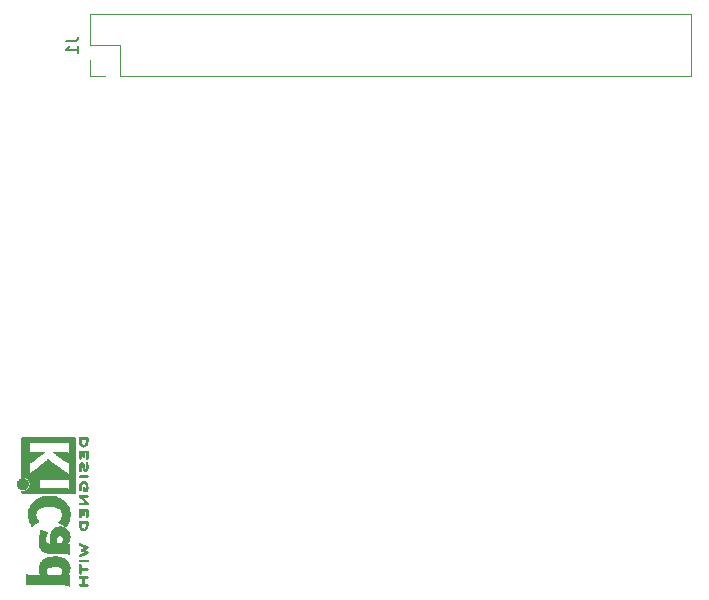
<source format=gbr>
%TF.GenerationSoftware,KiCad,Pcbnew,(5.1.6)-1*%
%TF.CreationDate,2020-09-18T21:57:09-04:00*%
%TF.ProjectId,PiHat,50694861-742e-46b6-9963-61645f706362,v1*%
%TF.SameCoordinates,Original*%
%TF.FileFunction,Legend,Bot*%
%TF.FilePolarity,Positive*%
%FSLAX46Y46*%
G04 Gerber Fmt 4.6, Leading zero omitted, Abs format (unit mm)*
G04 Created by KiCad (PCBNEW (5.1.6)-1) date 2020-09-18 21:57:09*
%MOMM*%
%LPD*%
G01*
G04 APERTURE LIST*
%ADD10C,0.010000*%
%ADD11C,0.120000*%
%ADD12C,0.150000*%
G04 APERTURE END LIST*
D10*
%TO.C,REF\u002A\u002A*%
G36*
X84674533Y-110028823D02*
G01*
X84696776Y-110060202D01*
X84724485Y-110087911D01*
X85033920Y-110087911D01*
X85125799Y-110087838D01*
X85197840Y-110087495D01*
X85252780Y-110086692D01*
X85293360Y-110085241D01*
X85322317Y-110082952D01*
X85342391Y-110079636D01*
X85356321Y-110075105D01*
X85366845Y-110069169D01*
X85373100Y-110064514D01*
X85397673Y-110033783D01*
X85400341Y-109998496D01*
X85385271Y-109966245D01*
X85376374Y-109955588D01*
X85364557Y-109948464D01*
X85345526Y-109944167D01*
X85314992Y-109941991D01*
X85268662Y-109941228D01*
X85232871Y-109941155D01*
X85098045Y-109941155D01*
X85098045Y-109444444D01*
X85220700Y-109444444D01*
X85276787Y-109443931D01*
X85315333Y-109441876D01*
X85341361Y-109437508D01*
X85359897Y-109430056D01*
X85373100Y-109421047D01*
X85397604Y-109390144D01*
X85400506Y-109355196D01*
X85383089Y-109321738D01*
X85373959Y-109312604D01*
X85361855Y-109306152D01*
X85343001Y-109301897D01*
X85313620Y-109299352D01*
X85269937Y-109298029D01*
X85208175Y-109297443D01*
X85194000Y-109297375D01*
X85077631Y-109296891D01*
X84981727Y-109296641D01*
X84904177Y-109296723D01*
X84842869Y-109297231D01*
X84795690Y-109298262D01*
X84760530Y-109299913D01*
X84735276Y-109302279D01*
X84717817Y-109305457D01*
X84706041Y-109309544D01*
X84697835Y-109314634D01*
X84691645Y-109320266D01*
X84671844Y-109352128D01*
X84674533Y-109385357D01*
X84696776Y-109416735D01*
X84711126Y-109429433D01*
X84726978Y-109437526D01*
X84749554Y-109442042D01*
X84784078Y-109444006D01*
X84835776Y-109444444D01*
X84951289Y-109444444D01*
X84951289Y-109941155D01*
X84832756Y-109941155D01*
X84778148Y-109941662D01*
X84741275Y-109943698D01*
X84717307Y-109948035D01*
X84701415Y-109955447D01*
X84691645Y-109963733D01*
X84671844Y-109995594D01*
X84674533Y-110028823D01*
G37*
X84674533Y-110028823D02*
X84696776Y-110060202D01*
X84724485Y-110087911D01*
X85033920Y-110087911D01*
X85125799Y-110087838D01*
X85197840Y-110087495D01*
X85252780Y-110086692D01*
X85293360Y-110085241D01*
X85322317Y-110082952D01*
X85342391Y-110079636D01*
X85356321Y-110075105D01*
X85366845Y-110069169D01*
X85373100Y-110064514D01*
X85397673Y-110033783D01*
X85400341Y-109998496D01*
X85385271Y-109966245D01*
X85376374Y-109955588D01*
X85364557Y-109948464D01*
X85345526Y-109944167D01*
X85314992Y-109941991D01*
X85268662Y-109941228D01*
X85232871Y-109941155D01*
X85098045Y-109941155D01*
X85098045Y-109444444D01*
X85220700Y-109444444D01*
X85276787Y-109443931D01*
X85315333Y-109441876D01*
X85341361Y-109437508D01*
X85359897Y-109430056D01*
X85373100Y-109421047D01*
X85397604Y-109390144D01*
X85400506Y-109355196D01*
X85383089Y-109321738D01*
X85373959Y-109312604D01*
X85361855Y-109306152D01*
X85343001Y-109301897D01*
X85313620Y-109299352D01*
X85269937Y-109298029D01*
X85208175Y-109297443D01*
X85194000Y-109297375D01*
X85077631Y-109296891D01*
X84981727Y-109296641D01*
X84904177Y-109296723D01*
X84842869Y-109297231D01*
X84795690Y-109298262D01*
X84760530Y-109299913D01*
X84735276Y-109302279D01*
X84717817Y-109305457D01*
X84706041Y-109309544D01*
X84697835Y-109314634D01*
X84691645Y-109320266D01*
X84671844Y-109352128D01*
X84674533Y-109385357D01*
X84696776Y-109416735D01*
X84711126Y-109429433D01*
X84726978Y-109437526D01*
X84749554Y-109442042D01*
X84784078Y-109444006D01*
X84835776Y-109444444D01*
X84951289Y-109444444D01*
X84951289Y-109941155D01*
X84832756Y-109941155D01*
X84778148Y-109941662D01*
X84741275Y-109943698D01*
X84717307Y-109948035D01*
X84701415Y-109955447D01*
X84691645Y-109963733D01*
X84671844Y-109995594D01*
X84674533Y-110028823D01*
G36*
X84669163Y-108763065D02*
G01*
X84669542Y-108841772D01*
X84670333Y-108902863D01*
X84671670Y-108948817D01*
X84673683Y-108982114D01*
X84676506Y-109005236D01*
X84680269Y-109020662D01*
X84685105Y-109030871D01*
X84688822Y-109035813D01*
X84721358Y-109061457D01*
X84755138Y-109064559D01*
X84785826Y-109048711D01*
X84798089Y-109038348D01*
X84806450Y-109027196D01*
X84811657Y-109011035D01*
X84814457Y-108985642D01*
X84815596Y-108946798D01*
X84815821Y-108890280D01*
X84815822Y-108879180D01*
X84815822Y-108733244D01*
X85086756Y-108733244D01*
X85172154Y-108733148D01*
X85237864Y-108732711D01*
X85286774Y-108731712D01*
X85321773Y-108729928D01*
X85345749Y-108727137D01*
X85361593Y-108723117D01*
X85372191Y-108717645D01*
X85380267Y-108710666D01*
X85400112Y-108677734D01*
X85398548Y-108643354D01*
X85375906Y-108612176D01*
X85373100Y-108609886D01*
X85362492Y-108602429D01*
X85350081Y-108596747D01*
X85332850Y-108592601D01*
X85307784Y-108589750D01*
X85271867Y-108587954D01*
X85222083Y-108586972D01*
X85155417Y-108586564D01*
X85079589Y-108586489D01*
X84815822Y-108586489D01*
X84815822Y-108447127D01*
X84815418Y-108387322D01*
X84813840Y-108345918D01*
X84810547Y-108318748D01*
X84804992Y-108301646D01*
X84796631Y-108290443D01*
X84795178Y-108289083D01*
X84761939Y-108272725D01*
X84724362Y-108274172D01*
X84691645Y-108292978D01*
X84685298Y-108300250D01*
X84680266Y-108309627D01*
X84676396Y-108323609D01*
X84673537Y-108344696D01*
X84671535Y-108375389D01*
X84670239Y-108418189D01*
X84669498Y-108475595D01*
X84669158Y-108550110D01*
X84669068Y-108644233D01*
X84669067Y-108664260D01*
X84669163Y-108763065D01*
G37*
X84669163Y-108763065D02*
X84669542Y-108841772D01*
X84670333Y-108902863D01*
X84671670Y-108948817D01*
X84673683Y-108982114D01*
X84676506Y-109005236D01*
X84680269Y-109020662D01*
X84685105Y-109030871D01*
X84688822Y-109035813D01*
X84721358Y-109061457D01*
X84755138Y-109064559D01*
X84785826Y-109048711D01*
X84798089Y-109038348D01*
X84806450Y-109027196D01*
X84811657Y-109011035D01*
X84814457Y-108985642D01*
X84815596Y-108946798D01*
X84815821Y-108890280D01*
X84815822Y-108879180D01*
X84815822Y-108733244D01*
X85086756Y-108733244D01*
X85172154Y-108733148D01*
X85237864Y-108732711D01*
X85286774Y-108731712D01*
X85321773Y-108729928D01*
X85345749Y-108727137D01*
X85361593Y-108723117D01*
X85372191Y-108717645D01*
X85380267Y-108710666D01*
X85400112Y-108677734D01*
X85398548Y-108643354D01*
X85375906Y-108612176D01*
X85373100Y-108609886D01*
X85362492Y-108602429D01*
X85350081Y-108596747D01*
X85332850Y-108592601D01*
X85307784Y-108589750D01*
X85271867Y-108587954D01*
X85222083Y-108586972D01*
X85155417Y-108586564D01*
X85079589Y-108586489D01*
X84815822Y-108586489D01*
X84815822Y-108447127D01*
X84815418Y-108387322D01*
X84813840Y-108345918D01*
X84810547Y-108318748D01*
X84804992Y-108301646D01*
X84796631Y-108290443D01*
X84795178Y-108289083D01*
X84761939Y-108272725D01*
X84724362Y-108274172D01*
X84691645Y-108292978D01*
X84685298Y-108300250D01*
X84680266Y-108309627D01*
X84676396Y-108323609D01*
X84673537Y-108344696D01*
X84671535Y-108375389D01*
X84670239Y-108418189D01*
X84669498Y-108475595D01*
X84669158Y-108550110D01*
X84669068Y-108644233D01*
X84669067Y-108664260D01*
X84669163Y-108763065D01*
G36*
X84675877Y-107988614D02*
G01*
X84690647Y-108012327D01*
X84712227Y-108038978D01*
X85033773Y-108038978D01*
X85127830Y-108038893D01*
X85201932Y-108038529D01*
X85258704Y-108037724D01*
X85300768Y-108036313D01*
X85330748Y-108034133D01*
X85351267Y-108031021D01*
X85364949Y-108026814D01*
X85374416Y-108021348D01*
X85379082Y-108017472D01*
X85399575Y-107986034D01*
X85398739Y-107950233D01*
X85381264Y-107918873D01*
X85359684Y-107892222D01*
X84712227Y-107892222D01*
X84690647Y-107918873D01*
X84674949Y-107944594D01*
X84669067Y-107965600D01*
X84675877Y-107988614D01*
G37*
X84675877Y-107988614D02*
X84690647Y-108012327D01*
X84712227Y-108038978D01*
X85033773Y-108038978D01*
X85127830Y-108038893D01*
X85201932Y-108038529D01*
X85258704Y-108037724D01*
X85300768Y-108036313D01*
X85330748Y-108034133D01*
X85351267Y-108031021D01*
X85364949Y-108026814D01*
X85374416Y-108021348D01*
X85379082Y-108017472D01*
X85399575Y-107986034D01*
X85398739Y-107950233D01*
X85381264Y-107918873D01*
X85359684Y-107892222D01*
X84712227Y-107892222D01*
X84690647Y-107918873D01*
X84674949Y-107944594D01*
X84669067Y-107965600D01*
X84675877Y-107988614D01*
G36*
X84671034Y-107544665D02*
G01*
X84678035Y-107564255D01*
X84678377Y-107565010D01*
X84698678Y-107591613D01*
X84719561Y-107606270D01*
X84729352Y-107609138D01*
X84742361Y-107608996D01*
X84760895Y-107604961D01*
X84787257Y-107596146D01*
X84823752Y-107581669D01*
X84872687Y-107560645D01*
X84936365Y-107532188D01*
X85017093Y-107495415D01*
X85061216Y-107475175D01*
X85139985Y-107438625D01*
X85212423Y-107404315D01*
X85275880Y-107373552D01*
X85327708Y-107347648D01*
X85365259Y-107327910D01*
X85385884Y-107315650D01*
X85388733Y-107313224D01*
X85401302Y-107282183D01*
X85399619Y-107247121D01*
X85384332Y-107219000D01*
X85383089Y-107217854D01*
X85366154Y-107206668D01*
X85333170Y-107187904D01*
X85288380Y-107163875D01*
X85236032Y-107136897D01*
X85216742Y-107127201D01*
X85070150Y-107054014D01*
X85229393Y-106974240D01*
X85284415Y-106945767D01*
X85332132Y-106919350D01*
X85368893Y-106897148D01*
X85391044Y-106881319D01*
X85395741Y-106875954D01*
X85402102Y-106834257D01*
X85388733Y-106799849D01*
X85374446Y-106789728D01*
X85342692Y-106772214D01*
X85296597Y-106748735D01*
X85239285Y-106720720D01*
X85173880Y-106689599D01*
X85103507Y-106656799D01*
X85031291Y-106623750D01*
X84960355Y-106591881D01*
X84893825Y-106562619D01*
X84834826Y-106537395D01*
X84786481Y-106517636D01*
X84751915Y-106504772D01*
X84734253Y-106500231D01*
X84733613Y-106500277D01*
X84711388Y-106511326D01*
X84688753Y-106533410D01*
X84687768Y-106534710D01*
X84672425Y-106561853D01*
X84672574Y-106586958D01*
X84675466Y-106596368D01*
X84681718Y-106607834D01*
X84694014Y-106620010D01*
X84714908Y-106634357D01*
X84746949Y-106652336D01*
X84792688Y-106675407D01*
X84854677Y-106705030D01*
X84911898Y-106731745D01*
X84978226Y-106762480D01*
X85037874Y-106790021D01*
X85087725Y-106812938D01*
X85124664Y-106829798D01*
X85145573Y-106839173D01*
X85148845Y-106840540D01*
X85143497Y-106846689D01*
X85121109Y-106860822D01*
X85084946Y-106881057D01*
X85038277Y-106905515D01*
X85019022Y-106915248D01*
X84954004Y-106948217D01*
X84906654Y-106973643D01*
X84874219Y-106993612D01*
X84853946Y-107010210D01*
X84843082Y-107025524D01*
X84838875Y-107041640D01*
X84838400Y-107052143D01*
X84840042Y-107070670D01*
X84846831Y-107086904D01*
X84861566Y-107103035D01*
X84887044Y-107121251D01*
X84926061Y-107143739D01*
X84981414Y-107172689D01*
X85012903Y-107188662D01*
X85063087Y-107214570D01*
X85104704Y-107237167D01*
X85134242Y-107254458D01*
X85148189Y-107264450D01*
X85148770Y-107265809D01*
X85137793Y-107272261D01*
X85109290Y-107286708D01*
X85066244Y-107307703D01*
X85011638Y-107333797D01*
X84948454Y-107363546D01*
X84917071Y-107378180D01*
X84836078Y-107416250D01*
X84773756Y-107446905D01*
X84728071Y-107471737D01*
X84696989Y-107492337D01*
X84678478Y-107510298D01*
X84670504Y-107527210D01*
X84671034Y-107544665D01*
G37*
X84671034Y-107544665D02*
X84678035Y-107564255D01*
X84678377Y-107565010D01*
X84698678Y-107591613D01*
X84719561Y-107606270D01*
X84729352Y-107609138D01*
X84742361Y-107608996D01*
X84760895Y-107604961D01*
X84787257Y-107596146D01*
X84823752Y-107581669D01*
X84872687Y-107560645D01*
X84936365Y-107532188D01*
X85017093Y-107495415D01*
X85061216Y-107475175D01*
X85139985Y-107438625D01*
X85212423Y-107404315D01*
X85275880Y-107373552D01*
X85327708Y-107347648D01*
X85365259Y-107327910D01*
X85385884Y-107315650D01*
X85388733Y-107313224D01*
X85401302Y-107282183D01*
X85399619Y-107247121D01*
X85384332Y-107219000D01*
X85383089Y-107217854D01*
X85366154Y-107206668D01*
X85333170Y-107187904D01*
X85288380Y-107163875D01*
X85236032Y-107136897D01*
X85216742Y-107127201D01*
X85070150Y-107054014D01*
X85229393Y-106974240D01*
X85284415Y-106945767D01*
X85332132Y-106919350D01*
X85368893Y-106897148D01*
X85391044Y-106881319D01*
X85395741Y-106875954D01*
X85402102Y-106834257D01*
X85388733Y-106799849D01*
X85374446Y-106789728D01*
X85342692Y-106772214D01*
X85296597Y-106748735D01*
X85239285Y-106720720D01*
X85173880Y-106689599D01*
X85103507Y-106656799D01*
X85031291Y-106623750D01*
X84960355Y-106591881D01*
X84893825Y-106562619D01*
X84834826Y-106537395D01*
X84786481Y-106517636D01*
X84751915Y-106504772D01*
X84734253Y-106500231D01*
X84733613Y-106500277D01*
X84711388Y-106511326D01*
X84688753Y-106533410D01*
X84687768Y-106534710D01*
X84672425Y-106561853D01*
X84672574Y-106586958D01*
X84675466Y-106596368D01*
X84681718Y-106607834D01*
X84694014Y-106620010D01*
X84714908Y-106634357D01*
X84746949Y-106652336D01*
X84792688Y-106675407D01*
X84854677Y-106705030D01*
X84911898Y-106731745D01*
X84978226Y-106762480D01*
X85037874Y-106790021D01*
X85087725Y-106812938D01*
X85124664Y-106829798D01*
X85145573Y-106839173D01*
X85148845Y-106840540D01*
X85143497Y-106846689D01*
X85121109Y-106860822D01*
X85084946Y-106881057D01*
X85038277Y-106905515D01*
X85019022Y-106915248D01*
X84954004Y-106948217D01*
X84906654Y-106973643D01*
X84874219Y-106993612D01*
X84853946Y-107010210D01*
X84843082Y-107025524D01*
X84838875Y-107041640D01*
X84838400Y-107052143D01*
X84840042Y-107070670D01*
X84846831Y-107086904D01*
X84861566Y-107103035D01*
X84887044Y-107121251D01*
X84926061Y-107143739D01*
X84981414Y-107172689D01*
X85012903Y-107188662D01*
X85063087Y-107214570D01*
X85104704Y-107237167D01*
X85134242Y-107254458D01*
X85148189Y-107264450D01*
X85148770Y-107265809D01*
X85137793Y-107272261D01*
X85109290Y-107286708D01*
X85066244Y-107307703D01*
X85011638Y-107333797D01*
X84948454Y-107363546D01*
X84917071Y-107378180D01*
X84836078Y-107416250D01*
X84773756Y-107446905D01*
X84728071Y-107471737D01*
X84696989Y-107492337D01*
X84678478Y-107510298D01*
X84670504Y-107527210D01*
X84671034Y-107544665D01*
G36*
X84669275Y-104818309D02*
G01*
X84673636Y-104947288D01*
X84686861Y-105056991D01*
X84709741Y-105149226D01*
X84743070Y-105225802D01*
X84787638Y-105288527D01*
X84844236Y-105339212D01*
X84913658Y-105379663D01*
X84915351Y-105380459D01*
X84977483Y-105404601D01*
X85032509Y-105413203D01*
X85087887Y-105406231D01*
X85151073Y-105383654D01*
X85160689Y-105379372D01*
X85216966Y-105350172D01*
X85260451Y-105317356D01*
X85297417Y-105275002D01*
X85334135Y-105217190D01*
X85336052Y-105213831D01*
X85360227Y-105163504D01*
X85378282Y-105106621D01*
X85390839Y-105039527D01*
X85398522Y-104958565D01*
X85401953Y-104860082D01*
X85402251Y-104825286D01*
X85402845Y-104659594D01*
X85373100Y-104636197D01*
X85363319Y-104629257D01*
X85351897Y-104623842D01*
X85336095Y-104619765D01*
X85313175Y-104616837D01*
X85280396Y-104614867D01*
X85256089Y-104614225D01*
X85256089Y-104770844D01*
X85256089Y-104864726D01*
X85254483Y-104919664D01*
X85250255Y-104976060D01*
X85244292Y-105022345D01*
X85243790Y-105025139D01*
X85221736Y-105107348D01*
X85188600Y-105171114D01*
X85142847Y-105218452D01*
X85082939Y-105251382D01*
X85067061Y-105257108D01*
X85042333Y-105262721D01*
X85017902Y-105260291D01*
X84985400Y-105248467D01*
X84969434Y-105241340D01*
X84927006Y-105218000D01*
X84897240Y-105189880D01*
X84876511Y-105158940D01*
X84849537Y-105096966D01*
X84829998Y-105017651D01*
X84818746Y-104925253D01*
X84816270Y-104858333D01*
X84815822Y-104770844D01*
X85256089Y-104770844D01*
X85256089Y-104614225D01*
X85235021Y-104613668D01*
X85174311Y-104613050D01*
X85095526Y-104612825D01*
X85033920Y-104612800D01*
X84724485Y-104612800D01*
X84696776Y-104640509D01*
X84685544Y-104652806D01*
X84677853Y-104666103D01*
X84673040Y-104684672D01*
X84670446Y-104712786D01*
X84669410Y-104754717D01*
X84669270Y-104814737D01*
X84669275Y-104818309D01*
G37*
X84669275Y-104818309D02*
X84673636Y-104947288D01*
X84686861Y-105056991D01*
X84709741Y-105149226D01*
X84743070Y-105225802D01*
X84787638Y-105288527D01*
X84844236Y-105339212D01*
X84913658Y-105379663D01*
X84915351Y-105380459D01*
X84977483Y-105404601D01*
X85032509Y-105413203D01*
X85087887Y-105406231D01*
X85151073Y-105383654D01*
X85160689Y-105379372D01*
X85216966Y-105350172D01*
X85260451Y-105317356D01*
X85297417Y-105275002D01*
X85334135Y-105217190D01*
X85336052Y-105213831D01*
X85360227Y-105163504D01*
X85378282Y-105106621D01*
X85390839Y-105039527D01*
X85398522Y-104958565D01*
X85401953Y-104860082D01*
X85402251Y-104825286D01*
X85402845Y-104659594D01*
X85373100Y-104636197D01*
X85363319Y-104629257D01*
X85351897Y-104623842D01*
X85336095Y-104619765D01*
X85313175Y-104616837D01*
X85280396Y-104614867D01*
X85256089Y-104614225D01*
X85256089Y-104770844D01*
X85256089Y-104864726D01*
X85254483Y-104919664D01*
X85250255Y-104976060D01*
X85244292Y-105022345D01*
X85243790Y-105025139D01*
X85221736Y-105107348D01*
X85188600Y-105171114D01*
X85142847Y-105218452D01*
X85082939Y-105251382D01*
X85067061Y-105257108D01*
X85042333Y-105262721D01*
X85017902Y-105260291D01*
X84985400Y-105248467D01*
X84969434Y-105241340D01*
X84927006Y-105218000D01*
X84897240Y-105189880D01*
X84876511Y-105158940D01*
X84849537Y-105096966D01*
X84829998Y-105017651D01*
X84818746Y-104925253D01*
X84816270Y-104858333D01*
X84815822Y-104770844D01*
X85256089Y-104770844D01*
X85256089Y-104614225D01*
X85235021Y-104613668D01*
X85174311Y-104613050D01*
X85095526Y-104612825D01*
X85033920Y-104612800D01*
X84724485Y-104612800D01*
X84696776Y-104640509D01*
X84685544Y-104652806D01*
X84677853Y-104666103D01*
X84673040Y-104684672D01*
X84670446Y-104712786D01*
X84669410Y-104754717D01*
X84669270Y-104814737D01*
X84669275Y-104818309D01*
G36*
X84669260Y-104030343D02*
G01*
X84670174Y-104106701D01*
X84672311Y-104165217D01*
X84676175Y-104208255D01*
X84682267Y-104238183D01*
X84691090Y-104257368D01*
X84703146Y-104268176D01*
X84718939Y-104272973D01*
X84738970Y-104274127D01*
X84741335Y-104274133D01*
X84763992Y-104273131D01*
X84781503Y-104268396D01*
X84794574Y-104257333D01*
X84803913Y-104237348D01*
X84810227Y-104205846D01*
X84814222Y-104160232D01*
X84816606Y-104097913D01*
X84818086Y-104016293D01*
X84818414Y-103991277D01*
X84821467Y-103749200D01*
X84886378Y-103745814D01*
X84951289Y-103742429D01*
X84951289Y-103910576D01*
X84951531Y-103976266D01*
X84952556Y-104023172D01*
X84954811Y-104055083D01*
X84958742Y-104075791D01*
X84964798Y-104089084D01*
X84973424Y-104098755D01*
X84973493Y-104098817D01*
X85007112Y-104116356D01*
X85043448Y-104115722D01*
X85074423Y-104097314D01*
X85077607Y-104093671D01*
X85085812Y-104080741D01*
X85091521Y-104063024D01*
X85095162Y-104036570D01*
X85097167Y-103997432D01*
X85097964Y-103941662D01*
X85098045Y-103905994D01*
X85098045Y-103743555D01*
X85256089Y-103743555D01*
X85256089Y-103990161D01*
X85256231Y-104071580D01*
X85256814Y-104133410D01*
X85258068Y-104178637D01*
X85260227Y-104210248D01*
X85263523Y-104231231D01*
X85268189Y-104244573D01*
X85274457Y-104253261D01*
X85276733Y-104255450D01*
X85308280Y-104271614D01*
X85344168Y-104272797D01*
X85375285Y-104259536D01*
X85385271Y-104249043D01*
X85390769Y-104238129D01*
X85395022Y-104221217D01*
X85398180Y-104195633D01*
X85400392Y-104158701D01*
X85401806Y-104107746D01*
X85402572Y-104040094D01*
X85402838Y-103953069D01*
X85402845Y-103933394D01*
X85402787Y-103844911D01*
X85402467Y-103776227D01*
X85401667Y-103724564D01*
X85400167Y-103687145D01*
X85397749Y-103661190D01*
X85394194Y-103643922D01*
X85389282Y-103632562D01*
X85382795Y-103624332D01*
X85378138Y-103619817D01*
X85369889Y-103613021D01*
X85359669Y-103607712D01*
X85344800Y-103603706D01*
X85322602Y-103600821D01*
X85290393Y-103598874D01*
X85245496Y-103597681D01*
X85185228Y-103597061D01*
X85106911Y-103596829D01*
X85040994Y-103596800D01*
X84948628Y-103596871D01*
X84876117Y-103597208D01*
X84820737Y-103597998D01*
X84779765Y-103599426D01*
X84750478Y-103601679D01*
X84730153Y-103604943D01*
X84716066Y-103609404D01*
X84705495Y-103615248D01*
X84698811Y-103620197D01*
X84669067Y-103643594D01*
X84669067Y-103933774D01*
X84669260Y-104030343D01*
G37*
X84669260Y-104030343D02*
X84670174Y-104106701D01*
X84672311Y-104165217D01*
X84676175Y-104208255D01*
X84682267Y-104238183D01*
X84691090Y-104257368D01*
X84703146Y-104268176D01*
X84718939Y-104272973D01*
X84738970Y-104274127D01*
X84741335Y-104274133D01*
X84763992Y-104273131D01*
X84781503Y-104268396D01*
X84794574Y-104257333D01*
X84803913Y-104237348D01*
X84810227Y-104205846D01*
X84814222Y-104160232D01*
X84816606Y-104097913D01*
X84818086Y-104016293D01*
X84818414Y-103991277D01*
X84821467Y-103749200D01*
X84886378Y-103745814D01*
X84951289Y-103742429D01*
X84951289Y-103910576D01*
X84951531Y-103976266D01*
X84952556Y-104023172D01*
X84954811Y-104055083D01*
X84958742Y-104075791D01*
X84964798Y-104089084D01*
X84973424Y-104098755D01*
X84973493Y-104098817D01*
X85007112Y-104116356D01*
X85043448Y-104115722D01*
X85074423Y-104097314D01*
X85077607Y-104093671D01*
X85085812Y-104080741D01*
X85091521Y-104063024D01*
X85095162Y-104036570D01*
X85097167Y-103997432D01*
X85097964Y-103941662D01*
X85098045Y-103905994D01*
X85098045Y-103743555D01*
X85256089Y-103743555D01*
X85256089Y-103990161D01*
X85256231Y-104071580D01*
X85256814Y-104133410D01*
X85258068Y-104178637D01*
X85260227Y-104210248D01*
X85263523Y-104231231D01*
X85268189Y-104244573D01*
X85274457Y-104253261D01*
X85276733Y-104255450D01*
X85308280Y-104271614D01*
X85344168Y-104272797D01*
X85375285Y-104259536D01*
X85385271Y-104249043D01*
X85390769Y-104238129D01*
X85395022Y-104221217D01*
X85398180Y-104195633D01*
X85400392Y-104158701D01*
X85401806Y-104107746D01*
X85402572Y-104040094D01*
X85402838Y-103953069D01*
X85402845Y-103933394D01*
X85402787Y-103844911D01*
X85402467Y-103776227D01*
X85401667Y-103724564D01*
X85400167Y-103687145D01*
X85397749Y-103661190D01*
X85394194Y-103643922D01*
X85389282Y-103632562D01*
X85382795Y-103624332D01*
X85378138Y-103619817D01*
X85369889Y-103613021D01*
X85359669Y-103607712D01*
X85344800Y-103603706D01*
X85322602Y-103600821D01*
X85290393Y-103598874D01*
X85245496Y-103597681D01*
X85185228Y-103597061D01*
X85106911Y-103596829D01*
X85040994Y-103596800D01*
X84948628Y-103596871D01*
X84876117Y-103597208D01*
X84820737Y-103597998D01*
X84779765Y-103599426D01*
X84750478Y-103601679D01*
X84730153Y-103604943D01*
X84716066Y-103609404D01*
X84705495Y-103615248D01*
X84698811Y-103620197D01*
X84669067Y-103643594D01*
X84669067Y-103933774D01*
X84669260Y-104030343D01*
G36*
X84673448Y-102499886D02*
G01*
X84687273Y-102523452D01*
X84709881Y-102554265D01*
X84742338Y-102593922D01*
X84785708Y-102644020D01*
X84841058Y-102706157D01*
X84909451Y-102781928D01*
X84988084Y-102868666D01*
X85151878Y-103049289D01*
X84932029Y-103054933D01*
X84856351Y-103056971D01*
X84799994Y-103058937D01*
X84759706Y-103061266D01*
X84732235Y-103064394D01*
X84714329Y-103068755D01*
X84702737Y-103074784D01*
X84694208Y-103082916D01*
X84690623Y-103087228D01*
X84671670Y-103121759D01*
X84674441Y-103154617D01*
X84690633Y-103180682D01*
X84712199Y-103207333D01*
X85027151Y-103210648D01*
X85119779Y-103211565D01*
X85192544Y-103212032D01*
X85248161Y-103211887D01*
X85289342Y-103210968D01*
X85318803Y-103209113D01*
X85339255Y-103206161D01*
X85353413Y-103201950D01*
X85363991Y-103196318D01*
X85372474Y-103190073D01*
X85388207Y-103176561D01*
X85398636Y-103163117D01*
X85402639Y-103147876D01*
X85399094Y-103128974D01*
X85386879Y-103104545D01*
X85364871Y-103072727D01*
X85331949Y-103031652D01*
X85286991Y-102979458D01*
X85228875Y-102914278D01*
X85162099Y-102840444D01*
X84921458Y-102575155D01*
X85140589Y-102569511D01*
X85216128Y-102567469D01*
X85272354Y-102565498D01*
X85312524Y-102563161D01*
X85339896Y-102560019D01*
X85357728Y-102555636D01*
X85369279Y-102549576D01*
X85377807Y-102541400D01*
X85381282Y-102537216D01*
X85400372Y-102500235D01*
X85397493Y-102465292D01*
X85373100Y-102434864D01*
X85363286Y-102427903D01*
X85351826Y-102422477D01*
X85335968Y-102418397D01*
X85312963Y-102415471D01*
X85280062Y-102413508D01*
X85234516Y-102412317D01*
X85173573Y-102411708D01*
X85094486Y-102411489D01*
X85035956Y-102411466D01*
X84944407Y-102411540D01*
X84872687Y-102411887D01*
X84818045Y-102412699D01*
X84777732Y-102414167D01*
X84748998Y-102416481D01*
X84729093Y-102419833D01*
X84715268Y-102424412D01*
X84704772Y-102430411D01*
X84698811Y-102434864D01*
X84684691Y-102446150D01*
X84674029Y-102456699D01*
X84667892Y-102468107D01*
X84667343Y-102481970D01*
X84673448Y-102499886D01*
G37*
X84673448Y-102499886D02*
X84687273Y-102523452D01*
X84709881Y-102554265D01*
X84742338Y-102593922D01*
X84785708Y-102644020D01*
X84841058Y-102706157D01*
X84909451Y-102781928D01*
X84988084Y-102868666D01*
X85151878Y-103049289D01*
X84932029Y-103054933D01*
X84856351Y-103056971D01*
X84799994Y-103058937D01*
X84759706Y-103061266D01*
X84732235Y-103064394D01*
X84714329Y-103068755D01*
X84702737Y-103074784D01*
X84694208Y-103082916D01*
X84690623Y-103087228D01*
X84671670Y-103121759D01*
X84674441Y-103154617D01*
X84690633Y-103180682D01*
X84712199Y-103207333D01*
X85027151Y-103210648D01*
X85119779Y-103211565D01*
X85192544Y-103212032D01*
X85248161Y-103211887D01*
X85289342Y-103210968D01*
X85318803Y-103209113D01*
X85339255Y-103206161D01*
X85353413Y-103201950D01*
X85363991Y-103196318D01*
X85372474Y-103190073D01*
X85388207Y-103176561D01*
X85398636Y-103163117D01*
X85402639Y-103147876D01*
X85399094Y-103128974D01*
X85386879Y-103104545D01*
X85364871Y-103072727D01*
X85331949Y-103031652D01*
X85286991Y-102979458D01*
X85228875Y-102914278D01*
X85162099Y-102840444D01*
X84921458Y-102575155D01*
X85140589Y-102569511D01*
X85216128Y-102567469D01*
X85272354Y-102565498D01*
X85312524Y-102563161D01*
X85339896Y-102560019D01*
X85357728Y-102555636D01*
X85369279Y-102549576D01*
X85377807Y-102541400D01*
X85381282Y-102537216D01*
X85400372Y-102500235D01*
X85397493Y-102465292D01*
X85373100Y-102434864D01*
X85363286Y-102427903D01*
X85351826Y-102422477D01*
X85335968Y-102418397D01*
X85312963Y-102415471D01*
X85280062Y-102413508D01*
X85234516Y-102412317D01*
X85173573Y-102411708D01*
X85094486Y-102411489D01*
X85035956Y-102411466D01*
X84944407Y-102411540D01*
X84872687Y-102411887D01*
X84818045Y-102412699D01*
X84777732Y-102414167D01*
X84748998Y-102416481D01*
X84729093Y-102419833D01*
X84715268Y-102424412D01*
X84704772Y-102430411D01*
X84698811Y-102434864D01*
X84684691Y-102446150D01*
X84674029Y-102456699D01*
X84667892Y-102468107D01*
X84667343Y-102481970D01*
X84673448Y-102499886D01*
G36*
X84674599Y-101849919D02*
G01*
X84686095Y-101918435D01*
X84703967Y-101971057D01*
X84727499Y-102005292D01*
X84740924Y-102014621D01*
X84772148Y-102024107D01*
X84800395Y-102017723D01*
X84827182Y-101997570D01*
X84839713Y-101966255D01*
X84838696Y-101920817D01*
X84831906Y-101885674D01*
X84818971Y-101807581D01*
X84817742Y-101727774D01*
X84828241Y-101638445D01*
X84832690Y-101613771D01*
X84856108Y-101530709D01*
X84890945Y-101465727D01*
X84936604Y-101419539D01*
X84992494Y-101392855D01*
X85021388Y-101387337D01*
X85080012Y-101390949D01*
X85131879Y-101414271D01*
X85175978Y-101455176D01*
X85211299Y-101511541D01*
X85236829Y-101581240D01*
X85251559Y-101662148D01*
X85254478Y-101752140D01*
X85244575Y-101849090D01*
X85243641Y-101854564D01*
X85236459Y-101893125D01*
X85229521Y-101914506D01*
X85219227Y-101923773D01*
X85201976Y-101925994D01*
X85192841Y-101926044D01*
X85154489Y-101926044D01*
X85154489Y-101857569D01*
X85150347Y-101797100D01*
X85137147Y-101755835D01*
X85113730Y-101731825D01*
X85078936Y-101723123D01*
X85074394Y-101723017D01*
X85044654Y-101728108D01*
X85023419Y-101745567D01*
X85009366Y-101778061D01*
X85001173Y-101828257D01*
X84998161Y-101876877D01*
X84996433Y-101947544D01*
X84999070Y-101998802D01*
X85008800Y-102033761D01*
X85028353Y-102055530D01*
X85060456Y-102067220D01*
X85107838Y-102071940D01*
X85170071Y-102072800D01*
X85239535Y-102071391D01*
X85286786Y-102067152D01*
X85312012Y-102060064D01*
X85313988Y-102058689D01*
X85345508Y-102019772D01*
X85370470Y-101962714D01*
X85388340Y-101891131D01*
X85398586Y-101808642D01*
X85400673Y-101718861D01*
X85394068Y-101625408D01*
X85385956Y-101570444D01*
X85361554Y-101484234D01*
X85321662Y-101404108D01*
X85269887Y-101337023D01*
X85259539Y-101326827D01*
X85216035Y-101293698D01*
X85162118Y-101263806D01*
X85105592Y-101240643D01*
X85054259Y-101227702D01*
X85034544Y-101226142D01*
X84993419Y-101232782D01*
X84942252Y-101250432D01*
X84888394Y-101275703D01*
X84839195Y-101305211D01*
X84806334Y-101331281D01*
X84757452Y-101392235D01*
X84718545Y-101471031D01*
X84690494Y-101564843D01*
X84674179Y-101670850D01*
X84670192Y-101768000D01*
X84674599Y-101849919D01*
G37*
X84674599Y-101849919D02*
X84686095Y-101918435D01*
X84703967Y-101971057D01*
X84727499Y-102005292D01*
X84740924Y-102014621D01*
X84772148Y-102024107D01*
X84800395Y-102017723D01*
X84827182Y-101997570D01*
X84839713Y-101966255D01*
X84838696Y-101920817D01*
X84831906Y-101885674D01*
X84818971Y-101807581D01*
X84817742Y-101727774D01*
X84828241Y-101638445D01*
X84832690Y-101613771D01*
X84856108Y-101530709D01*
X84890945Y-101465727D01*
X84936604Y-101419539D01*
X84992494Y-101392855D01*
X85021388Y-101387337D01*
X85080012Y-101390949D01*
X85131879Y-101414271D01*
X85175978Y-101455176D01*
X85211299Y-101511541D01*
X85236829Y-101581240D01*
X85251559Y-101662148D01*
X85254478Y-101752140D01*
X85244575Y-101849090D01*
X85243641Y-101854564D01*
X85236459Y-101893125D01*
X85229521Y-101914506D01*
X85219227Y-101923773D01*
X85201976Y-101925994D01*
X85192841Y-101926044D01*
X85154489Y-101926044D01*
X85154489Y-101857569D01*
X85150347Y-101797100D01*
X85137147Y-101755835D01*
X85113730Y-101731825D01*
X85078936Y-101723123D01*
X85074394Y-101723017D01*
X85044654Y-101728108D01*
X85023419Y-101745567D01*
X85009366Y-101778061D01*
X85001173Y-101828257D01*
X84998161Y-101876877D01*
X84996433Y-101947544D01*
X84999070Y-101998802D01*
X85008800Y-102033761D01*
X85028353Y-102055530D01*
X85060456Y-102067220D01*
X85107838Y-102071940D01*
X85170071Y-102072800D01*
X85239535Y-102071391D01*
X85286786Y-102067152D01*
X85312012Y-102060064D01*
X85313988Y-102058689D01*
X85345508Y-102019772D01*
X85370470Y-101962714D01*
X85388340Y-101891131D01*
X85398586Y-101808642D01*
X85400673Y-101718861D01*
X85394068Y-101625408D01*
X85385956Y-101570444D01*
X85361554Y-101484234D01*
X85321662Y-101404108D01*
X85269887Y-101337023D01*
X85259539Y-101326827D01*
X85216035Y-101293698D01*
X85162118Y-101263806D01*
X85105592Y-101240643D01*
X85054259Y-101227702D01*
X85034544Y-101226142D01*
X84993419Y-101232782D01*
X84942252Y-101250432D01*
X84888394Y-101275703D01*
X84839195Y-101305211D01*
X84806334Y-101331281D01*
X84757452Y-101392235D01*
X84718545Y-101471031D01*
X84690494Y-101564843D01*
X84674179Y-101670850D01*
X84670192Y-101768000D01*
X84674599Y-101849919D01*
G36*
X84691645Y-100876178D02*
G01*
X84699218Y-100882758D01*
X84708987Y-100887921D01*
X84723571Y-100891836D01*
X84745585Y-100894676D01*
X84777648Y-100896613D01*
X84822375Y-100897817D01*
X84882385Y-100898461D01*
X84960294Y-100898716D01*
X85035956Y-100898755D01*
X85129802Y-100898686D01*
X85203689Y-100898362D01*
X85260232Y-100897614D01*
X85302049Y-100896268D01*
X85331757Y-100894154D01*
X85351973Y-100891100D01*
X85365314Y-100886934D01*
X85374398Y-100881484D01*
X85380267Y-100876178D01*
X85399947Y-100843174D01*
X85398181Y-100808009D01*
X85376717Y-100776545D01*
X85368337Y-100769316D01*
X85358614Y-100763666D01*
X85344861Y-100759401D01*
X85324389Y-100756327D01*
X85294512Y-100754248D01*
X85252541Y-100752970D01*
X85195789Y-100752299D01*
X85121567Y-100752041D01*
X85037537Y-100752000D01*
X84724485Y-100752000D01*
X84696776Y-100779709D01*
X84673463Y-100813863D01*
X84672623Y-100846994D01*
X84691645Y-100876178D01*
G37*
X84691645Y-100876178D02*
X84699218Y-100882758D01*
X84708987Y-100887921D01*
X84723571Y-100891836D01*
X84745585Y-100894676D01*
X84777648Y-100896613D01*
X84822375Y-100897817D01*
X84882385Y-100898461D01*
X84960294Y-100898716D01*
X85035956Y-100898755D01*
X85129802Y-100898686D01*
X85203689Y-100898362D01*
X85260232Y-100897614D01*
X85302049Y-100896268D01*
X85331757Y-100894154D01*
X85351973Y-100891100D01*
X85365314Y-100886934D01*
X85374398Y-100881484D01*
X85380267Y-100876178D01*
X85399947Y-100843174D01*
X85398181Y-100808009D01*
X85376717Y-100776545D01*
X85368337Y-100769316D01*
X85358614Y-100763666D01*
X85344861Y-100759401D01*
X85324389Y-100756327D01*
X85294512Y-100754248D01*
X85252541Y-100752970D01*
X85195789Y-100752299D01*
X85121567Y-100752041D01*
X85037537Y-100752000D01*
X84724485Y-100752000D01*
X84696776Y-100779709D01*
X84673463Y-100813863D01*
X84672623Y-100846994D01*
X84691645Y-100876178D01*
G36*
X84670351Y-100108297D02*
G01*
X84675581Y-100183112D01*
X84683750Y-100252694D01*
X84694550Y-100312998D01*
X84707673Y-100359980D01*
X84722813Y-100389594D01*
X84727269Y-100394140D01*
X84761850Y-100409946D01*
X84797351Y-100405153D01*
X84827725Y-100380636D01*
X84828596Y-100379466D01*
X84837954Y-100365046D01*
X84842876Y-100349992D01*
X84843473Y-100328995D01*
X84839861Y-100296743D01*
X84832154Y-100247927D01*
X84831505Y-100244000D01*
X84822569Y-100171261D01*
X84818161Y-100092783D01*
X84818119Y-100014073D01*
X84822279Y-99940639D01*
X84830479Y-99877989D01*
X84842557Y-99831630D01*
X84843771Y-99828584D01*
X84862615Y-99794952D01*
X84881685Y-99783136D01*
X84900439Y-99792386D01*
X84918337Y-99821953D01*
X84934837Y-99871089D01*
X84949396Y-99939043D01*
X84956406Y-99984355D01*
X84969889Y-100078544D01*
X84982214Y-100153456D01*
X84994449Y-100212283D01*
X85007661Y-100258215D01*
X85022917Y-100294445D01*
X85041285Y-100324162D01*
X85063831Y-100350558D01*
X85085971Y-100371770D01*
X85116819Y-100396935D01*
X85143345Y-100409319D01*
X85176026Y-100413192D01*
X85187995Y-100413333D01*
X85227712Y-100410424D01*
X85257259Y-100398798D01*
X85283486Y-100378677D01*
X85323576Y-100337784D01*
X85354149Y-100292183D01*
X85376203Y-100238487D01*
X85390735Y-100173308D01*
X85398741Y-100093256D01*
X85401218Y-99994943D01*
X85401177Y-99978711D01*
X85399818Y-99913151D01*
X85396730Y-99848134D01*
X85392356Y-99790748D01*
X85387140Y-99748078D01*
X85386541Y-99744628D01*
X85376491Y-99702204D01*
X85363796Y-99666220D01*
X85352190Y-99645850D01*
X85321572Y-99626893D01*
X85285918Y-99625573D01*
X85254144Y-99641915D01*
X85250551Y-99645571D01*
X85239876Y-99660685D01*
X85235276Y-99679585D01*
X85236059Y-99708838D01*
X85240127Y-99744349D01*
X85243762Y-99784030D01*
X85246828Y-99839655D01*
X85249053Y-99904594D01*
X85250164Y-99972215D01*
X85250237Y-99990000D01*
X85249964Y-100057872D01*
X85248646Y-100107546D01*
X85245827Y-100143390D01*
X85241050Y-100169776D01*
X85233857Y-100191074D01*
X85227867Y-100203874D01*
X85211233Y-100232000D01*
X85196168Y-100249932D01*
X85191897Y-100252553D01*
X85174263Y-100247024D01*
X85157192Y-100220740D01*
X85141458Y-100175522D01*
X85127838Y-100113192D01*
X85124804Y-100094829D01*
X85109738Y-99998910D01*
X85097146Y-99922359D01*
X85086111Y-99862220D01*
X85075720Y-99815540D01*
X85065056Y-99779363D01*
X85053205Y-99750735D01*
X85039251Y-99726702D01*
X85022281Y-99704308D01*
X85001378Y-99680598D01*
X84994049Y-99672620D01*
X84966699Y-99644647D01*
X84945029Y-99629840D01*
X84920232Y-99624048D01*
X84888983Y-99623111D01*
X84827705Y-99633425D01*
X84775640Y-99664248D01*
X84732958Y-99715405D01*
X84699825Y-99786717D01*
X84684964Y-99837600D01*
X84675366Y-99892900D01*
X84669936Y-99959147D01*
X84668367Y-100032294D01*
X84670351Y-100108297D01*
G37*
X84670351Y-100108297D02*
X84675581Y-100183112D01*
X84683750Y-100252694D01*
X84694550Y-100312998D01*
X84707673Y-100359980D01*
X84722813Y-100389594D01*
X84727269Y-100394140D01*
X84761850Y-100409946D01*
X84797351Y-100405153D01*
X84827725Y-100380636D01*
X84828596Y-100379466D01*
X84837954Y-100365046D01*
X84842876Y-100349992D01*
X84843473Y-100328995D01*
X84839861Y-100296743D01*
X84832154Y-100247927D01*
X84831505Y-100244000D01*
X84822569Y-100171261D01*
X84818161Y-100092783D01*
X84818119Y-100014073D01*
X84822279Y-99940639D01*
X84830479Y-99877989D01*
X84842557Y-99831630D01*
X84843771Y-99828584D01*
X84862615Y-99794952D01*
X84881685Y-99783136D01*
X84900439Y-99792386D01*
X84918337Y-99821953D01*
X84934837Y-99871089D01*
X84949396Y-99939043D01*
X84956406Y-99984355D01*
X84969889Y-100078544D01*
X84982214Y-100153456D01*
X84994449Y-100212283D01*
X85007661Y-100258215D01*
X85022917Y-100294445D01*
X85041285Y-100324162D01*
X85063831Y-100350558D01*
X85085971Y-100371770D01*
X85116819Y-100396935D01*
X85143345Y-100409319D01*
X85176026Y-100413192D01*
X85187995Y-100413333D01*
X85227712Y-100410424D01*
X85257259Y-100398798D01*
X85283486Y-100378677D01*
X85323576Y-100337784D01*
X85354149Y-100292183D01*
X85376203Y-100238487D01*
X85390735Y-100173308D01*
X85398741Y-100093256D01*
X85401218Y-99994943D01*
X85401177Y-99978711D01*
X85399818Y-99913151D01*
X85396730Y-99848134D01*
X85392356Y-99790748D01*
X85387140Y-99748078D01*
X85386541Y-99744628D01*
X85376491Y-99702204D01*
X85363796Y-99666220D01*
X85352190Y-99645850D01*
X85321572Y-99626893D01*
X85285918Y-99625573D01*
X85254144Y-99641915D01*
X85250551Y-99645571D01*
X85239876Y-99660685D01*
X85235276Y-99679585D01*
X85236059Y-99708838D01*
X85240127Y-99744349D01*
X85243762Y-99784030D01*
X85246828Y-99839655D01*
X85249053Y-99904594D01*
X85250164Y-99972215D01*
X85250237Y-99990000D01*
X85249964Y-100057872D01*
X85248646Y-100107546D01*
X85245827Y-100143390D01*
X85241050Y-100169776D01*
X85233857Y-100191074D01*
X85227867Y-100203874D01*
X85211233Y-100232000D01*
X85196168Y-100249932D01*
X85191897Y-100252553D01*
X85174263Y-100247024D01*
X85157192Y-100220740D01*
X85141458Y-100175522D01*
X85127838Y-100113192D01*
X85124804Y-100094829D01*
X85109738Y-99998910D01*
X85097146Y-99922359D01*
X85086111Y-99862220D01*
X85075720Y-99815540D01*
X85065056Y-99779363D01*
X85053205Y-99750735D01*
X85039251Y-99726702D01*
X85022281Y-99704308D01*
X85001378Y-99680598D01*
X84994049Y-99672620D01*
X84966699Y-99644647D01*
X84945029Y-99629840D01*
X84920232Y-99624048D01*
X84888983Y-99623111D01*
X84827705Y-99633425D01*
X84775640Y-99664248D01*
X84732958Y-99715405D01*
X84699825Y-99786717D01*
X84684964Y-99837600D01*
X84675366Y-99892900D01*
X84669936Y-99959147D01*
X84668367Y-100032294D01*
X84670351Y-100108297D01*
G36*
X84669146Y-99087206D02*
G01*
X84669518Y-99156614D01*
X84670385Y-99209003D01*
X84671946Y-99247153D01*
X84674403Y-99273841D01*
X84677957Y-99291847D01*
X84682810Y-99303951D01*
X84689161Y-99312931D01*
X84692084Y-99316182D01*
X84723142Y-99335957D01*
X84758828Y-99339518D01*
X84790510Y-99326509D01*
X84796913Y-99320494D01*
X84803121Y-99310765D01*
X84807910Y-99295099D01*
X84811514Y-99270592D01*
X84814164Y-99234339D01*
X84816095Y-99183435D01*
X84817539Y-99114974D01*
X84818418Y-99052383D01*
X84821467Y-98804666D01*
X84886378Y-98801281D01*
X84951289Y-98797895D01*
X84951289Y-98966042D01*
X84951919Y-99039041D01*
X84954553Y-99092483D01*
X84960309Y-99129372D01*
X84970304Y-99152712D01*
X84985656Y-99165506D01*
X85007482Y-99170758D01*
X85027738Y-99171555D01*
X85052592Y-99169077D01*
X85070906Y-99159723D01*
X85083637Y-99140617D01*
X85091741Y-99108882D01*
X85096176Y-99061641D01*
X85097899Y-98996017D01*
X85098045Y-98960199D01*
X85098045Y-98799022D01*
X85256089Y-98799022D01*
X85256089Y-99047378D01*
X85256202Y-99128787D01*
X85256712Y-99190658D01*
X85257870Y-99236032D01*
X85259930Y-99267946D01*
X85263146Y-99289441D01*
X85267772Y-99303557D01*
X85274059Y-99313332D01*
X85278667Y-99318311D01*
X85305560Y-99335390D01*
X85329467Y-99340889D01*
X85358667Y-99333037D01*
X85380267Y-99318311D01*
X85387066Y-99310454D01*
X85392346Y-99300312D01*
X85396298Y-99285156D01*
X85399113Y-99262259D01*
X85400982Y-99228891D01*
X85402098Y-99182325D01*
X85402651Y-99119833D01*
X85402833Y-99038686D01*
X85402845Y-98996578D01*
X85402765Y-98906402D01*
X85402398Y-98836076D01*
X85401552Y-98782871D01*
X85400036Y-98744060D01*
X85397659Y-98716913D01*
X85394229Y-98698702D01*
X85389554Y-98686700D01*
X85383444Y-98678178D01*
X85380267Y-98674844D01*
X85372670Y-98668245D01*
X85362870Y-98663073D01*
X85348239Y-98659154D01*
X85326152Y-98656316D01*
X85293982Y-98654385D01*
X85249103Y-98653188D01*
X85188889Y-98652552D01*
X85110713Y-98652303D01*
X85037923Y-98652266D01*
X84944707Y-98652300D01*
X84871431Y-98652535D01*
X84815458Y-98653170D01*
X84774151Y-98654406D01*
X84744872Y-98656444D01*
X84724984Y-98659483D01*
X84711850Y-98663723D01*
X84702832Y-98669365D01*
X84695293Y-98676609D01*
X84693612Y-98678394D01*
X84686172Y-98687055D01*
X84680409Y-98697118D01*
X84676112Y-98711375D01*
X84673064Y-98732617D01*
X84671051Y-98763636D01*
X84669860Y-98807223D01*
X84669275Y-98866169D01*
X84669083Y-98943266D01*
X84669067Y-98997999D01*
X84669146Y-99087206D01*
G37*
X84669146Y-99087206D02*
X84669518Y-99156614D01*
X84670385Y-99209003D01*
X84671946Y-99247153D01*
X84674403Y-99273841D01*
X84677957Y-99291847D01*
X84682810Y-99303951D01*
X84689161Y-99312931D01*
X84692084Y-99316182D01*
X84723142Y-99335957D01*
X84758828Y-99339518D01*
X84790510Y-99326509D01*
X84796913Y-99320494D01*
X84803121Y-99310765D01*
X84807910Y-99295099D01*
X84811514Y-99270592D01*
X84814164Y-99234339D01*
X84816095Y-99183435D01*
X84817539Y-99114974D01*
X84818418Y-99052383D01*
X84821467Y-98804666D01*
X84886378Y-98801281D01*
X84951289Y-98797895D01*
X84951289Y-98966042D01*
X84951919Y-99039041D01*
X84954553Y-99092483D01*
X84960309Y-99129372D01*
X84970304Y-99152712D01*
X84985656Y-99165506D01*
X85007482Y-99170758D01*
X85027738Y-99171555D01*
X85052592Y-99169077D01*
X85070906Y-99159723D01*
X85083637Y-99140617D01*
X85091741Y-99108882D01*
X85096176Y-99061641D01*
X85097899Y-98996017D01*
X85098045Y-98960199D01*
X85098045Y-98799022D01*
X85256089Y-98799022D01*
X85256089Y-99047378D01*
X85256202Y-99128787D01*
X85256712Y-99190658D01*
X85257870Y-99236032D01*
X85259930Y-99267946D01*
X85263146Y-99289441D01*
X85267772Y-99303557D01*
X85274059Y-99313332D01*
X85278667Y-99318311D01*
X85305560Y-99335390D01*
X85329467Y-99340889D01*
X85358667Y-99333037D01*
X85380267Y-99318311D01*
X85387066Y-99310454D01*
X85392346Y-99300312D01*
X85396298Y-99285156D01*
X85399113Y-99262259D01*
X85400982Y-99228891D01*
X85402098Y-99182325D01*
X85402651Y-99119833D01*
X85402833Y-99038686D01*
X85402845Y-98996578D01*
X85402765Y-98906402D01*
X85402398Y-98836076D01*
X85401552Y-98782871D01*
X85400036Y-98744060D01*
X85397659Y-98716913D01*
X85394229Y-98698702D01*
X85389554Y-98686700D01*
X85383444Y-98678178D01*
X85380267Y-98674844D01*
X85372670Y-98668245D01*
X85362870Y-98663073D01*
X85348239Y-98659154D01*
X85326152Y-98656316D01*
X85293982Y-98654385D01*
X85249103Y-98653188D01*
X85188889Y-98652552D01*
X85110713Y-98652303D01*
X85037923Y-98652266D01*
X84944707Y-98652300D01*
X84871431Y-98652535D01*
X84815458Y-98653170D01*
X84774151Y-98654406D01*
X84744872Y-98656444D01*
X84724984Y-98659483D01*
X84711850Y-98663723D01*
X84702832Y-98669365D01*
X84695293Y-98676609D01*
X84693612Y-98678394D01*
X84686172Y-98687055D01*
X84680409Y-98697118D01*
X84676112Y-98711375D01*
X84673064Y-98732617D01*
X84671051Y-98763636D01*
X84669860Y-98807223D01*
X84669275Y-98866169D01*
X84669083Y-98943266D01*
X84669067Y-98997999D01*
X84669146Y-99087206D01*
G36*
X84669066Y-97678629D02*
G01*
X84669467Y-97718111D01*
X84672259Y-97833800D01*
X84680550Y-97930689D01*
X84695232Y-98012081D01*
X84717193Y-98081277D01*
X84747322Y-98141580D01*
X84786510Y-98196292D01*
X84803532Y-98215833D01*
X84843363Y-98248250D01*
X84897413Y-98277480D01*
X84957323Y-98300009D01*
X85014739Y-98312321D01*
X85035956Y-98313600D01*
X85094769Y-98305583D01*
X85159013Y-98284101D01*
X85219821Y-98253001D01*
X85268330Y-98216134D01*
X85274182Y-98210146D01*
X85315321Y-98159421D01*
X85347435Y-98103875D01*
X85371365Y-98040304D01*
X85387953Y-97965506D01*
X85398041Y-97876278D01*
X85402469Y-97769418D01*
X85402845Y-97720472D01*
X85402545Y-97658238D01*
X85401292Y-97614472D01*
X85398554Y-97585069D01*
X85393801Y-97565921D01*
X85386501Y-97552923D01*
X85380267Y-97545955D01*
X85372694Y-97539374D01*
X85362924Y-97534212D01*
X85348340Y-97530297D01*
X85326326Y-97527457D01*
X85294264Y-97525520D01*
X85249536Y-97524316D01*
X85189526Y-97523672D01*
X85111617Y-97523417D01*
X85035956Y-97523378D01*
X84935041Y-97523130D01*
X84854427Y-97523183D01*
X84815822Y-97524143D01*
X84815822Y-97670133D01*
X85256089Y-97670133D01*
X85256004Y-97763266D01*
X85254396Y-97819307D01*
X85250256Y-97878001D01*
X85244464Y-97926972D01*
X85244226Y-97928462D01*
X85225090Y-98007608D01*
X85195287Y-98068998D01*
X85152878Y-98115695D01*
X85106961Y-98145365D01*
X85056026Y-98163647D01*
X85008200Y-98162229D01*
X84956933Y-98141012D01*
X84903899Y-98099511D01*
X84864600Y-98042002D01*
X84838331Y-97967250D01*
X84829035Y-97917292D01*
X84822507Y-97860584D01*
X84817782Y-97800481D01*
X84815817Y-97749361D01*
X84815808Y-97746333D01*
X84815822Y-97670133D01*
X84815822Y-97524143D01*
X84791851Y-97524740D01*
X84745055Y-97529002D01*
X84711778Y-97537170D01*
X84689759Y-97550444D01*
X84676739Y-97570026D01*
X84670457Y-97597117D01*
X84668653Y-97632918D01*
X84669066Y-97678629D01*
G37*
X84669066Y-97678629D02*
X84669467Y-97718111D01*
X84672259Y-97833800D01*
X84680550Y-97930689D01*
X84695232Y-98012081D01*
X84717193Y-98081277D01*
X84747322Y-98141580D01*
X84786510Y-98196292D01*
X84803532Y-98215833D01*
X84843363Y-98248250D01*
X84897413Y-98277480D01*
X84957323Y-98300009D01*
X85014739Y-98312321D01*
X85035956Y-98313600D01*
X85094769Y-98305583D01*
X85159013Y-98284101D01*
X85219821Y-98253001D01*
X85268330Y-98216134D01*
X85274182Y-98210146D01*
X85315321Y-98159421D01*
X85347435Y-98103875D01*
X85371365Y-98040304D01*
X85387953Y-97965506D01*
X85398041Y-97876278D01*
X85402469Y-97769418D01*
X85402845Y-97720472D01*
X85402545Y-97658238D01*
X85401292Y-97614472D01*
X85398554Y-97585069D01*
X85393801Y-97565921D01*
X85386501Y-97552923D01*
X85380267Y-97545955D01*
X85372694Y-97539374D01*
X85362924Y-97534212D01*
X85348340Y-97530297D01*
X85326326Y-97527457D01*
X85294264Y-97525520D01*
X85249536Y-97524316D01*
X85189526Y-97523672D01*
X85111617Y-97523417D01*
X85035956Y-97523378D01*
X84935041Y-97523130D01*
X84854427Y-97523183D01*
X84815822Y-97524143D01*
X84815822Y-97670133D01*
X85256089Y-97670133D01*
X85256004Y-97763266D01*
X85254396Y-97819307D01*
X85250256Y-97878001D01*
X85244464Y-97926972D01*
X85244226Y-97928462D01*
X85225090Y-98007608D01*
X85195287Y-98068998D01*
X85152878Y-98115695D01*
X85106961Y-98145365D01*
X85056026Y-98163647D01*
X85008200Y-98162229D01*
X84956933Y-98141012D01*
X84903899Y-98099511D01*
X84864600Y-98042002D01*
X84838331Y-97967250D01*
X84829035Y-97917292D01*
X84822507Y-97860584D01*
X84817782Y-97800481D01*
X84815817Y-97749361D01*
X84815808Y-97746333D01*
X84815822Y-97670133D01*
X84815822Y-97524143D01*
X84791851Y-97524740D01*
X84745055Y-97529002D01*
X84711778Y-97537170D01*
X84689759Y-97550444D01*
X84676739Y-97570026D01*
X84670457Y-97597117D01*
X84668653Y-97632918D01*
X84669066Y-97678629D01*
G36*
X79426571Y-101526957D02*
G01*
X79450809Y-101623232D01*
X79493641Y-101709816D01*
X79553419Y-101784627D01*
X79628494Y-101845582D01*
X79717220Y-101890601D01*
X79813530Y-101916864D01*
X79910795Y-101922714D01*
X80004654Y-101907860D01*
X80092511Y-101874160D01*
X80171770Y-101823472D01*
X80239836Y-101757655D01*
X80294112Y-101678566D01*
X80332002Y-101588066D01*
X80344426Y-101536800D01*
X80351947Y-101492302D01*
X80354919Y-101458001D01*
X80353094Y-101425040D01*
X80346225Y-101384566D01*
X80339250Y-101351469D01*
X80307741Y-101258053D01*
X80256617Y-101174381D01*
X80187429Y-101102335D01*
X80101728Y-101043800D01*
X80074489Y-101029852D01*
X80038122Y-101013414D01*
X80007582Y-101003106D01*
X79975450Y-100997540D01*
X79934307Y-100995331D01*
X79888222Y-100995052D01*
X79803865Y-100999139D01*
X79734586Y-101012554D01*
X79673961Y-101037744D01*
X79615567Y-101077154D01*
X79571302Y-101115702D01*
X79505484Y-101187594D01*
X79460053Y-101262687D01*
X79432850Y-101345438D01*
X79422576Y-101423072D01*
X79426571Y-101526957D01*
G37*
X79426571Y-101526957D02*
X79450809Y-101623232D01*
X79493641Y-101709816D01*
X79553419Y-101784627D01*
X79628494Y-101845582D01*
X79717220Y-101890601D01*
X79813530Y-101916864D01*
X79910795Y-101922714D01*
X80004654Y-101907860D01*
X80092511Y-101874160D01*
X80171770Y-101823472D01*
X80239836Y-101757655D01*
X80294112Y-101678566D01*
X80332002Y-101588066D01*
X80344426Y-101536800D01*
X80351947Y-101492302D01*
X80354919Y-101458001D01*
X80353094Y-101425040D01*
X80346225Y-101384566D01*
X80339250Y-101351469D01*
X80307741Y-101258053D01*
X80256617Y-101174381D01*
X80187429Y-101102335D01*
X80101728Y-101043800D01*
X80074489Y-101029852D01*
X80038122Y-101013414D01*
X80007582Y-101003106D01*
X79975450Y-100997540D01*
X79934307Y-100995331D01*
X79888222Y-100995052D01*
X79803865Y-100999139D01*
X79734586Y-101012554D01*
X79673961Y-101037744D01*
X79615567Y-101077154D01*
X79571302Y-101115702D01*
X79505484Y-101187594D01*
X79460053Y-101262687D01*
X79432850Y-101345438D01*
X79422576Y-101423072D01*
X79426571Y-101526957D01*
G36*
X81872245Y-109986507D02*
G01*
X82106662Y-109986526D01*
X82319603Y-109986552D01*
X82512168Y-109986625D01*
X82685459Y-109986782D01*
X82840576Y-109987064D01*
X82978620Y-109987509D01*
X83100692Y-109988156D01*
X83207894Y-109989045D01*
X83301326Y-109990213D01*
X83382090Y-109991701D01*
X83451286Y-109993546D01*
X83510015Y-109995789D01*
X83559379Y-109998469D01*
X83600478Y-110001623D01*
X83634413Y-110005292D01*
X83662286Y-110009513D01*
X83685198Y-110014327D01*
X83704249Y-110019773D01*
X83720540Y-110025888D01*
X83735173Y-110032712D01*
X83749249Y-110040285D01*
X83763868Y-110048645D01*
X83772974Y-110053839D01*
X83833689Y-110088104D01*
X83833689Y-109229955D01*
X83737733Y-109229955D01*
X83694370Y-109229224D01*
X83661205Y-109227272D01*
X83643424Y-109224463D01*
X83641778Y-109223221D01*
X83648662Y-109211799D01*
X83666505Y-109189084D01*
X83685879Y-109166385D01*
X83726614Y-109111800D01*
X83767617Y-109042321D01*
X83805123Y-108965270D01*
X83835364Y-108887965D01*
X83845012Y-108857113D01*
X83859578Y-108788616D01*
X83869539Y-108705764D01*
X83874583Y-108616371D01*
X83874396Y-108528248D01*
X83868666Y-108449207D01*
X83862858Y-108411511D01*
X83824797Y-108273414D01*
X83767073Y-108146113D01*
X83690211Y-108030292D01*
X83594739Y-107926637D01*
X83481179Y-107835833D01*
X83370381Y-107769031D01*
X83253625Y-107714164D01*
X83134276Y-107672163D01*
X83008283Y-107642167D01*
X82871594Y-107623311D01*
X82720158Y-107614732D01*
X82642711Y-107614006D01*
X82585934Y-107616100D01*
X82585934Y-108445217D01*
X82679002Y-108445424D01*
X82766692Y-108448337D01*
X82843772Y-108454000D01*
X82905009Y-108462455D01*
X82917350Y-108465038D01*
X83024633Y-108496840D01*
X83111658Y-108538498D01*
X83178642Y-108590363D01*
X83225805Y-108652781D01*
X83253365Y-108726100D01*
X83261541Y-108810669D01*
X83250551Y-108906835D01*
X83234829Y-108970311D01*
X83216639Y-109019454D01*
X83190791Y-109073583D01*
X83167089Y-109114244D01*
X83120721Y-109184800D01*
X81970530Y-109184800D01*
X81926962Y-109117392D01*
X81886040Y-109038867D01*
X81859389Y-108954681D01*
X81847465Y-108869557D01*
X81850722Y-108788216D01*
X81869615Y-108715380D01*
X81885184Y-108683426D01*
X81928181Y-108625501D01*
X81984953Y-108576544D01*
X82057575Y-108535390D01*
X82148121Y-108500874D01*
X82258666Y-108471833D01*
X82264533Y-108470552D01*
X82326788Y-108460381D01*
X82404594Y-108452739D01*
X82492720Y-108447670D01*
X82585934Y-108445217D01*
X82585934Y-107616100D01*
X82429895Y-107621857D01*
X82234059Y-107643802D01*
X82055332Y-107679786D01*
X81893845Y-107729759D01*
X81749726Y-107793668D01*
X81623106Y-107871462D01*
X81514115Y-107963089D01*
X81422883Y-108068497D01*
X81391932Y-108113662D01*
X81335785Y-108214611D01*
X81296174Y-108317901D01*
X81272014Y-108427989D01*
X81262219Y-108549330D01*
X81263265Y-108641836D01*
X81274231Y-108771490D01*
X81296046Y-108884084D01*
X81329714Y-108982875D01*
X81376236Y-109071121D01*
X81410448Y-109119986D01*
X81432362Y-109149353D01*
X81447333Y-109171043D01*
X81451733Y-109179253D01*
X81440904Y-109180868D01*
X81410251Y-109182159D01*
X81362526Y-109183138D01*
X81300479Y-109183817D01*
X81226862Y-109184210D01*
X81144427Y-109184330D01*
X81055925Y-109184188D01*
X80964107Y-109183797D01*
X80871724Y-109183171D01*
X80781528Y-109182320D01*
X80696271Y-109181260D01*
X80618703Y-109180001D01*
X80551576Y-109178556D01*
X80497641Y-109176938D01*
X80459650Y-109175161D01*
X80452667Y-109174669D01*
X80382251Y-109167092D01*
X80327102Y-109155531D01*
X80279981Y-109137792D01*
X80233647Y-109111682D01*
X80224067Y-109105415D01*
X80187378Y-109080983D01*
X80187378Y-109986311D01*
X81872245Y-109986507D01*
G37*
X81872245Y-109986507D02*
X82106662Y-109986526D01*
X82319603Y-109986552D01*
X82512168Y-109986625D01*
X82685459Y-109986782D01*
X82840576Y-109987064D01*
X82978620Y-109987509D01*
X83100692Y-109988156D01*
X83207894Y-109989045D01*
X83301326Y-109990213D01*
X83382090Y-109991701D01*
X83451286Y-109993546D01*
X83510015Y-109995789D01*
X83559379Y-109998469D01*
X83600478Y-110001623D01*
X83634413Y-110005292D01*
X83662286Y-110009513D01*
X83685198Y-110014327D01*
X83704249Y-110019773D01*
X83720540Y-110025888D01*
X83735173Y-110032712D01*
X83749249Y-110040285D01*
X83763868Y-110048645D01*
X83772974Y-110053839D01*
X83833689Y-110088104D01*
X83833689Y-109229955D01*
X83737733Y-109229955D01*
X83694370Y-109229224D01*
X83661205Y-109227272D01*
X83643424Y-109224463D01*
X83641778Y-109223221D01*
X83648662Y-109211799D01*
X83666505Y-109189084D01*
X83685879Y-109166385D01*
X83726614Y-109111800D01*
X83767617Y-109042321D01*
X83805123Y-108965270D01*
X83835364Y-108887965D01*
X83845012Y-108857113D01*
X83859578Y-108788616D01*
X83869539Y-108705764D01*
X83874583Y-108616371D01*
X83874396Y-108528248D01*
X83868666Y-108449207D01*
X83862858Y-108411511D01*
X83824797Y-108273414D01*
X83767073Y-108146113D01*
X83690211Y-108030292D01*
X83594739Y-107926637D01*
X83481179Y-107835833D01*
X83370381Y-107769031D01*
X83253625Y-107714164D01*
X83134276Y-107672163D01*
X83008283Y-107642167D01*
X82871594Y-107623311D01*
X82720158Y-107614732D01*
X82642711Y-107614006D01*
X82585934Y-107616100D01*
X82585934Y-108445217D01*
X82679002Y-108445424D01*
X82766692Y-108448337D01*
X82843772Y-108454000D01*
X82905009Y-108462455D01*
X82917350Y-108465038D01*
X83024633Y-108496840D01*
X83111658Y-108538498D01*
X83178642Y-108590363D01*
X83225805Y-108652781D01*
X83253365Y-108726100D01*
X83261541Y-108810669D01*
X83250551Y-108906835D01*
X83234829Y-108970311D01*
X83216639Y-109019454D01*
X83190791Y-109073583D01*
X83167089Y-109114244D01*
X83120721Y-109184800D01*
X81970530Y-109184800D01*
X81926962Y-109117392D01*
X81886040Y-109038867D01*
X81859389Y-108954681D01*
X81847465Y-108869557D01*
X81850722Y-108788216D01*
X81869615Y-108715380D01*
X81885184Y-108683426D01*
X81928181Y-108625501D01*
X81984953Y-108576544D01*
X82057575Y-108535390D01*
X82148121Y-108500874D01*
X82258666Y-108471833D01*
X82264533Y-108470552D01*
X82326788Y-108460381D01*
X82404594Y-108452739D01*
X82492720Y-108447670D01*
X82585934Y-108445217D01*
X82585934Y-107616100D01*
X82429895Y-107621857D01*
X82234059Y-107643802D01*
X82055332Y-107679786D01*
X81893845Y-107729759D01*
X81749726Y-107793668D01*
X81623106Y-107871462D01*
X81514115Y-107963089D01*
X81422883Y-108068497D01*
X81391932Y-108113662D01*
X81335785Y-108214611D01*
X81296174Y-108317901D01*
X81272014Y-108427989D01*
X81262219Y-108549330D01*
X81263265Y-108641836D01*
X81274231Y-108771490D01*
X81296046Y-108884084D01*
X81329714Y-108982875D01*
X81376236Y-109071121D01*
X81410448Y-109119986D01*
X81432362Y-109149353D01*
X81447333Y-109171043D01*
X81451733Y-109179253D01*
X81440904Y-109180868D01*
X81410251Y-109182159D01*
X81362526Y-109183138D01*
X81300479Y-109183817D01*
X81226862Y-109184210D01*
X81144427Y-109184330D01*
X81055925Y-109184188D01*
X80964107Y-109183797D01*
X80871724Y-109183171D01*
X80781528Y-109182320D01*
X80696271Y-109181260D01*
X80618703Y-109180001D01*
X80551576Y-109178556D01*
X80497641Y-109176938D01*
X80459650Y-109175161D01*
X80452667Y-109174669D01*
X80382251Y-109167092D01*
X80327102Y-109155531D01*
X80279981Y-109137792D01*
X80233647Y-109111682D01*
X80224067Y-109105415D01*
X80187378Y-109080983D01*
X80187378Y-109986311D01*
X81872245Y-109986507D01*
G36*
X81266552Y-106473574D02*
G01*
X81286567Y-106625492D01*
X81320202Y-106760756D01*
X81367725Y-106880239D01*
X81429405Y-106984815D01*
X81492965Y-107062424D01*
X81567099Y-107131265D01*
X81646871Y-107185006D01*
X81739091Y-107227910D01*
X81782161Y-107243384D01*
X81821142Y-107256244D01*
X81857289Y-107267446D01*
X81892434Y-107277120D01*
X81928410Y-107285396D01*
X81967050Y-107292403D01*
X82010185Y-107298272D01*
X82059649Y-107303131D01*
X82117273Y-107307110D01*
X82184891Y-107310340D01*
X82264334Y-107312949D01*
X82357436Y-107315067D01*
X82466027Y-107316824D01*
X82591942Y-107318349D01*
X82737012Y-107319772D01*
X82879778Y-107321025D01*
X83035968Y-107322351D01*
X83171239Y-107323556D01*
X83287246Y-107324766D01*
X83385645Y-107326106D01*
X83468093Y-107327700D01*
X83536246Y-107329675D01*
X83591760Y-107332156D01*
X83636292Y-107335269D01*
X83671498Y-107339138D01*
X83699034Y-107343889D01*
X83720556Y-107349648D01*
X83737722Y-107356539D01*
X83752186Y-107364689D01*
X83765606Y-107374223D01*
X83779638Y-107385266D01*
X83785071Y-107389566D01*
X83807910Y-107405386D01*
X83823463Y-107412422D01*
X83823922Y-107412444D01*
X83826121Y-107401567D01*
X83828147Y-107370582D01*
X83829942Y-107321957D01*
X83831451Y-107258163D01*
X83832616Y-107181669D01*
X83833380Y-107094944D01*
X83833686Y-107000457D01*
X83833689Y-106989550D01*
X83833689Y-106566657D01*
X83737622Y-106563395D01*
X83641556Y-106560133D01*
X83692543Y-106498044D01*
X83760057Y-106400714D01*
X83814749Y-106290813D01*
X83844978Y-106204349D01*
X83859666Y-106135278D01*
X83869659Y-106051925D01*
X83874646Y-105962159D01*
X83874313Y-105873845D01*
X83868351Y-105794851D01*
X83862638Y-105758622D01*
X83824776Y-105618603D01*
X83769932Y-105492178D01*
X83698924Y-105380260D01*
X83612568Y-105283762D01*
X83511679Y-105203600D01*
X83397076Y-105140687D01*
X83270984Y-105096312D01*
X83214401Y-105083978D01*
X83152202Y-105076368D01*
X83077363Y-105072739D01*
X83043467Y-105072245D01*
X83040282Y-105072310D01*
X83040282Y-105832248D01*
X83115333Y-105841541D01*
X83179160Y-105869728D01*
X83234798Y-105918197D01*
X83239211Y-105923254D01*
X83274037Y-105971548D01*
X83296620Y-106023257D01*
X83308540Y-106083989D01*
X83311383Y-106159352D01*
X83310978Y-106177459D01*
X83308325Y-106231278D01*
X83302909Y-106271308D01*
X83292745Y-106306324D01*
X83275850Y-106345103D01*
X83270672Y-106355745D01*
X83234844Y-106416396D01*
X83192212Y-106463215D01*
X83176973Y-106475952D01*
X83120462Y-106520622D01*
X82924586Y-106520622D01*
X82845939Y-106520086D01*
X82787988Y-106518396D01*
X82748875Y-106515428D01*
X82726741Y-106511057D01*
X82720274Y-106506972D01*
X82717111Y-106491047D01*
X82714488Y-106457264D01*
X82712655Y-106410340D01*
X82711857Y-106354993D01*
X82711842Y-106346106D01*
X82717096Y-106225330D01*
X82733263Y-106122660D01*
X82760961Y-106036106D01*
X82800808Y-105963681D01*
X82847758Y-105908751D01*
X82905645Y-105864204D01*
X82968693Y-105839480D01*
X83040282Y-105832248D01*
X83040282Y-105072310D01*
X82949712Y-105074178D01*
X82870812Y-105082522D01*
X82799590Y-105098768D01*
X82728864Y-105124405D01*
X82676493Y-105148401D01*
X82581196Y-105207020D01*
X82493170Y-105285117D01*
X82414017Y-105380315D01*
X82345340Y-105490238D01*
X82288741Y-105612510D01*
X82245821Y-105744755D01*
X82230882Y-105809422D01*
X82208777Y-105945604D01*
X82194194Y-106094049D01*
X82187813Y-106245505D01*
X82189445Y-106372064D01*
X82196224Y-106533950D01*
X82137245Y-106526530D01*
X82038092Y-106507238D01*
X81957372Y-106476104D01*
X81894466Y-106432269D01*
X81848756Y-106374871D01*
X81819622Y-106303048D01*
X81806447Y-106215941D01*
X81808611Y-106112686D01*
X81812612Y-106074711D01*
X81837780Y-105933520D01*
X81878814Y-105796707D01*
X81916815Y-105702178D01*
X81936190Y-105657018D01*
X81951760Y-105618585D01*
X81961405Y-105592234D01*
X81963452Y-105584546D01*
X81954374Y-105574802D01*
X81925405Y-105558083D01*
X81876217Y-105534232D01*
X81806484Y-105503093D01*
X81715879Y-105464507D01*
X81700089Y-105457910D01*
X81627772Y-105427853D01*
X81562425Y-105400874D01*
X81506906Y-105378136D01*
X81464072Y-105360806D01*
X81436781Y-105350048D01*
X81427942Y-105346941D01*
X81423187Y-105356940D01*
X81417910Y-105383217D01*
X81414231Y-105411489D01*
X81409474Y-105441646D01*
X81400028Y-105489433D01*
X81386820Y-105550612D01*
X81370776Y-105620946D01*
X81352820Y-105696194D01*
X81345797Y-105724755D01*
X81320209Y-105829816D01*
X81300147Y-105917480D01*
X81284969Y-105992068D01*
X81274035Y-106057903D01*
X81266704Y-106119307D01*
X81262335Y-106180602D01*
X81260287Y-106246110D01*
X81259889Y-106304128D01*
X81266552Y-106473574D01*
G37*
X81266552Y-106473574D02*
X81286567Y-106625492D01*
X81320202Y-106760756D01*
X81367725Y-106880239D01*
X81429405Y-106984815D01*
X81492965Y-107062424D01*
X81567099Y-107131265D01*
X81646871Y-107185006D01*
X81739091Y-107227910D01*
X81782161Y-107243384D01*
X81821142Y-107256244D01*
X81857289Y-107267446D01*
X81892434Y-107277120D01*
X81928410Y-107285396D01*
X81967050Y-107292403D01*
X82010185Y-107298272D01*
X82059649Y-107303131D01*
X82117273Y-107307110D01*
X82184891Y-107310340D01*
X82264334Y-107312949D01*
X82357436Y-107315067D01*
X82466027Y-107316824D01*
X82591942Y-107318349D01*
X82737012Y-107319772D01*
X82879778Y-107321025D01*
X83035968Y-107322351D01*
X83171239Y-107323556D01*
X83287246Y-107324766D01*
X83385645Y-107326106D01*
X83468093Y-107327700D01*
X83536246Y-107329675D01*
X83591760Y-107332156D01*
X83636292Y-107335269D01*
X83671498Y-107339138D01*
X83699034Y-107343889D01*
X83720556Y-107349648D01*
X83737722Y-107356539D01*
X83752186Y-107364689D01*
X83765606Y-107374223D01*
X83779638Y-107385266D01*
X83785071Y-107389566D01*
X83807910Y-107405386D01*
X83823463Y-107412422D01*
X83823922Y-107412444D01*
X83826121Y-107401567D01*
X83828147Y-107370582D01*
X83829942Y-107321957D01*
X83831451Y-107258163D01*
X83832616Y-107181669D01*
X83833380Y-107094944D01*
X83833686Y-107000457D01*
X83833689Y-106989550D01*
X83833689Y-106566657D01*
X83737622Y-106563395D01*
X83641556Y-106560133D01*
X83692543Y-106498044D01*
X83760057Y-106400714D01*
X83814749Y-106290813D01*
X83844978Y-106204349D01*
X83859666Y-106135278D01*
X83869659Y-106051925D01*
X83874646Y-105962159D01*
X83874313Y-105873845D01*
X83868351Y-105794851D01*
X83862638Y-105758622D01*
X83824776Y-105618603D01*
X83769932Y-105492178D01*
X83698924Y-105380260D01*
X83612568Y-105283762D01*
X83511679Y-105203600D01*
X83397076Y-105140687D01*
X83270984Y-105096312D01*
X83214401Y-105083978D01*
X83152202Y-105076368D01*
X83077363Y-105072739D01*
X83043467Y-105072245D01*
X83040282Y-105072310D01*
X83040282Y-105832248D01*
X83115333Y-105841541D01*
X83179160Y-105869728D01*
X83234798Y-105918197D01*
X83239211Y-105923254D01*
X83274037Y-105971548D01*
X83296620Y-106023257D01*
X83308540Y-106083989D01*
X83311383Y-106159352D01*
X83310978Y-106177459D01*
X83308325Y-106231278D01*
X83302909Y-106271308D01*
X83292745Y-106306324D01*
X83275850Y-106345103D01*
X83270672Y-106355745D01*
X83234844Y-106416396D01*
X83192212Y-106463215D01*
X83176973Y-106475952D01*
X83120462Y-106520622D01*
X82924586Y-106520622D01*
X82845939Y-106520086D01*
X82787988Y-106518396D01*
X82748875Y-106515428D01*
X82726741Y-106511057D01*
X82720274Y-106506972D01*
X82717111Y-106491047D01*
X82714488Y-106457264D01*
X82712655Y-106410340D01*
X82711857Y-106354993D01*
X82711842Y-106346106D01*
X82717096Y-106225330D01*
X82733263Y-106122660D01*
X82760961Y-106036106D01*
X82800808Y-105963681D01*
X82847758Y-105908751D01*
X82905645Y-105864204D01*
X82968693Y-105839480D01*
X83040282Y-105832248D01*
X83040282Y-105072310D01*
X82949712Y-105074178D01*
X82870812Y-105082522D01*
X82799590Y-105098768D01*
X82728864Y-105124405D01*
X82676493Y-105148401D01*
X82581196Y-105207020D01*
X82493170Y-105285117D01*
X82414017Y-105380315D01*
X82345340Y-105490238D01*
X82288741Y-105612510D01*
X82245821Y-105744755D01*
X82230882Y-105809422D01*
X82208777Y-105945604D01*
X82194194Y-106094049D01*
X82187813Y-106245505D01*
X82189445Y-106372064D01*
X82196224Y-106533950D01*
X82137245Y-106526530D01*
X82038092Y-106507238D01*
X81957372Y-106476104D01*
X81894466Y-106432269D01*
X81848756Y-106374871D01*
X81819622Y-106303048D01*
X81806447Y-106215941D01*
X81808611Y-106112686D01*
X81812612Y-106074711D01*
X81837780Y-105933520D01*
X81878814Y-105796707D01*
X81916815Y-105702178D01*
X81936190Y-105657018D01*
X81951760Y-105618585D01*
X81961405Y-105592234D01*
X81963452Y-105584546D01*
X81954374Y-105574802D01*
X81925405Y-105558083D01*
X81876217Y-105534232D01*
X81806484Y-105503093D01*
X81715879Y-105464507D01*
X81700089Y-105457910D01*
X81627772Y-105427853D01*
X81562425Y-105400874D01*
X81506906Y-105378136D01*
X81464072Y-105360806D01*
X81436781Y-105350048D01*
X81427942Y-105346941D01*
X81423187Y-105356940D01*
X81417910Y-105383217D01*
X81414231Y-105411489D01*
X81409474Y-105441646D01*
X81400028Y-105489433D01*
X81386820Y-105550612D01*
X81370776Y-105620946D01*
X81352820Y-105696194D01*
X81345797Y-105724755D01*
X81320209Y-105829816D01*
X81300147Y-105917480D01*
X81284969Y-105992068D01*
X81274035Y-106057903D01*
X81266704Y-106119307D01*
X81262335Y-106180602D01*
X81260287Y-106246110D01*
X81259889Y-106304128D01*
X81266552Y-106473574D01*
G36*
X80349071Y-104128429D02*
G01*
X80370245Y-104288570D01*
X80410385Y-104452510D01*
X80469889Y-104622313D01*
X80549154Y-104800043D01*
X80554699Y-104811310D01*
X80582725Y-104869005D01*
X80606802Y-104920552D01*
X80625249Y-104962191D01*
X80636386Y-104990162D01*
X80638933Y-104999733D01*
X80643941Y-105018950D01*
X80648147Y-105023561D01*
X80658580Y-105018458D01*
X80684868Y-105002418D01*
X80724257Y-104977288D01*
X80773991Y-104944914D01*
X80831315Y-104907143D01*
X80893476Y-104865822D01*
X80957718Y-104822798D01*
X81021285Y-104779917D01*
X81081425Y-104739026D01*
X81135380Y-104701971D01*
X81180397Y-104670600D01*
X81213721Y-104646759D01*
X81232597Y-104632294D01*
X81234787Y-104630309D01*
X81230138Y-104620191D01*
X81212962Y-104597850D01*
X81186440Y-104567280D01*
X81171964Y-104551536D01*
X81096682Y-104455047D01*
X81041241Y-104348336D01*
X81006141Y-104232832D01*
X80991880Y-104109962D01*
X80993051Y-104040561D01*
X81010212Y-103919423D01*
X81046094Y-103810205D01*
X81100959Y-103712582D01*
X81175070Y-103626228D01*
X81268688Y-103550815D01*
X81382076Y-103486018D01*
X81468667Y-103448601D01*
X81604366Y-103404748D01*
X81751850Y-103372428D01*
X81907314Y-103351557D01*
X82066956Y-103342051D01*
X82226973Y-103343827D01*
X82383561Y-103356803D01*
X82532918Y-103380894D01*
X82671240Y-103416018D01*
X82794724Y-103462092D01*
X82828978Y-103478373D01*
X82943064Y-103546620D01*
X83039557Y-103627079D01*
X83117670Y-103718570D01*
X83176617Y-103819911D01*
X83215612Y-103929920D01*
X83233868Y-104047415D01*
X83235211Y-104088883D01*
X83224290Y-104210441D01*
X83191474Y-104330878D01*
X83137439Y-104448666D01*
X83062865Y-104562277D01*
X82984539Y-104653685D01*
X82940008Y-104700215D01*
X83237271Y-104881483D01*
X83311433Y-104926580D01*
X83379646Y-104967819D01*
X83439459Y-105003735D01*
X83488420Y-105032866D01*
X83524079Y-105053750D01*
X83543984Y-105064924D01*
X83547079Y-105066375D01*
X83556718Y-105058146D01*
X83573999Y-105032567D01*
X83597283Y-104992873D01*
X83624934Y-104942297D01*
X83655315Y-104884074D01*
X83686790Y-104821437D01*
X83717722Y-104757621D01*
X83746473Y-104695860D01*
X83771408Y-104639388D01*
X83790889Y-104591438D01*
X83799318Y-104567986D01*
X83837133Y-104434221D01*
X83862136Y-104296327D01*
X83875140Y-104148622D01*
X83877468Y-104021833D01*
X83876373Y-103953878D01*
X83874275Y-103888277D01*
X83871434Y-103830847D01*
X83868106Y-103787403D01*
X83866422Y-103773298D01*
X83837587Y-103634284D01*
X83792468Y-103492757D01*
X83733750Y-103355275D01*
X83664120Y-103228394D01*
X83611441Y-103150889D01*
X83503239Y-103023481D01*
X83376671Y-102905178D01*
X83234866Y-102798172D01*
X83080951Y-102704652D01*
X82918053Y-102626810D01*
X82800756Y-102582956D01*
X82617128Y-102532708D01*
X82422581Y-102499209D01*
X82221325Y-102482449D01*
X82017568Y-102482416D01*
X81815521Y-102499101D01*
X81619392Y-102532493D01*
X81433391Y-102582580D01*
X81421803Y-102586397D01*
X81259750Y-102649281D01*
X81111832Y-102726028D01*
X80973865Y-102819242D01*
X80841661Y-102931527D01*
X80796399Y-102975392D01*
X80672457Y-103111534D01*
X80569915Y-103251491D01*
X80487656Y-103397411D01*
X80424564Y-103551442D01*
X80379523Y-103715732D01*
X80362033Y-103811289D01*
X80346466Y-103970023D01*
X80349071Y-104128429D01*
G37*
X80349071Y-104128429D02*
X80370245Y-104288570D01*
X80410385Y-104452510D01*
X80469889Y-104622313D01*
X80549154Y-104800043D01*
X80554699Y-104811310D01*
X80582725Y-104869005D01*
X80606802Y-104920552D01*
X80625249Y-104962191D01*
X80636386Y-104990162D01*
X80638933Y-104999733D01*
X80643941Y-105018950D01*
X80648147Y-105023561D01*
X80658580Y-105018458D01*
X80684868Y-105002418D01*
X80724257Y-104977288D01*
X80773991Y-104944914D01*
X80831315Y-104907143D01*
X80893476Y-104865822D01*
X80957718Y-104822798D01*
X81021285Y-104779917D01*
X81081425Y-104739026D01*
X81135380Y-104701971D01*
X81180397Y-104670600D01*
X81213721Y-104646759D01*
X81232597Y-104632294D01*
X81234787Y-104630309D01*
X81230138Y-104620191D01*
X81212962Y-104597850D01*
X81186440Y-104567280D01*
X81171964Y-104551536D01*
X81096682Y-104455047D01*
X81041241Y-104348336D01*
X81006141Y-104232832D01*
X80991880Y-104109962D01*
X80993051Y-104040561D01*
X81010212Y-103919423D01*
X81046094Y-103810205D01*
X81100959Y-103712582D01*
X81175070Y-103626228D01*
X81268688Y-103550815D01*
X81382076Y-103486018D01*
X81468667Y-103448601D01*
X81604366Y-103404748D01*
X81751850Y-103372428D01*
X81907314Y-103351557D01*
X82066956Y-103342051D01*
X82226973Y-103343827D01*
X82383561Y-103356803D01*
X82532918Y-103380894D01*
X82671240Y-103416018D01*
X82794724Y-103462092D01*
X82828978Y-103478373D01*
X82943064Y-103546620D01*
X83039557Y-103627079D01*
X83117670Y-103718570D01*
X83176617Y-103819911D01*
X83215612Y-103929920D01*
X83233868Y-104047415D01*
X83235211Y-104088883D01*
X83224290Y-104210441D01*
X83191474Y-104330878D01*
X83137439Y-104448666D01*
X83062865Y-104562277D01*
X82984539Y-104653685D01*
X82940008Y-104700215D01*
X83237271Y-104881483D01*
X83311433Y-104926580D01*
X83379646Y-104967819D01*
X83439459Y-105003735D01*
X83488420Y-105032866D01*
X83524079Y-105053750D01*
X83543984Y-105064924D01*
X83547079Y-105066375D01*
X83556718Y-105058146D01*
X83573999Y-105032567D01*
X83597283Y-104992873D01*
X83624934Y-104942297D01*
X83655315Y-104884074D01*
X83686790Y-104821437D01*
X83717722Y-104757621D01*
X83746473Y-104695860D01*
X83771408Y-104639388D01*
X83790889Y-104591438D01*
X83799318Y-104567986D01*
X83837133Y-104434221D01*
X83862136Y-104296327D01*
X83875140Y-104148622D01*
X83877468Y-104021833D01*
X83876373Y-103953878D01*
X83874275Y-103888277D01*
X83871434Y-103830847D01*
X83868106Y-103787403D01*
X83866422Y-103773298D01*
X83837587Y-103634284D01*
X83792468Y-103492757D01*
X83733750Y-103355275D01*
X83664120Y-103228394D01*
X83611441Y-103150889D01*
X83503239Y-103023481D01*
X83376671Y-102905178D01*
X83234866Y-102798172D01*
X83080951Y-102704652D01*
X82918053Y-102626810D01*
X82800756Y-102582956D01*
X82617128Y-102532708D01*
X82422581Y-102499209D01*
X82221325Y-102482449D01*
X82017568Y-102482416D01*
X81815521Y-102499101D01*
X81619392Y-102532493D01*
X81433391Y-102582580D01*
X81421803Y-102586397D01*
X81259750Y-102649281D01*
X81111832Y-102726028D01*
X80973865Y-102819242D01*
X80841661Y-102931527D01*
X80796399Y-102975392D01*
X80672457Y-103111534D01*
X80569915Y-103251491D01*
X80487656Y-103397411D01*
X80424564Y-103551442D01*
X80379523Y-103715732D01*
X80362033Y-103811289D01*
X80346466Y-103970023D01*
X80349071Y-104128429D01*
G36*
X79889054Y-100853600D02*
G01*
X80002993Y-100864465D01*
X80110616Y-100896082D01*
X80209615Y-100946985D01*
X80297684Y-101015707D01*
X80372516Y-101100781D01*
X80430384Y-101197768D01*
X80470005Y-101304036D01*
X80488573Y-101411050D01*
X80487434Y-101516700D01*
X80467930Y-101618875D01*
X80431406Y-101715466D01*
X80379205Y-101804362D01*
X80312673Y-101883454D01*
X80233152Y-101950631D01*
X80141987Y-102003783D01*
X80040523Y-102040801D01*
X79930102Y-102059573D01*
X79880206Y-102061511D01*
X79792267Y-102061511D01*
X79792267Y-102113440D01*
X79795111Y-102149747D01*
X79806911Y-102176645D01*
X79830649Y-102203751D01*
X79869031Y-102242133D01*
X82060602Y-102242133D01*
X82322739Y-102242124D01*
X82563241Y-102242092D01*
X82783048Y-102242028D01*
X82983101Y-102241924D01*
X83164344Y-102241773D01*
X83327716Y-102241566D01*
X83474160Y-102241294D01*
X83604617Y-102240950D01*
X83720029Y-102240526D01*
X83821338Y-102240013D01*
X83909484Y-102239403D01*
X83985410Y-102238688D01*
X84050057Y-102237860D01*
X84104367Y-102236911D01*
X84149280Y-102235833D01*
X84185740Y-102234617D01*
X84214687Y-102233255D01*
X84237063Y-102231739D01*
X84253809Y-102230062D01*
X84265868Y-102228214D01*
X84274180Y-102226187D01*
X84279687Y-102223975D01*
X84281537Y-102222892D01*
X84288549Y-102218729D01*
X84294996Y-102215195D01*
X84300900Y-102211365D01*
X84306286Y-102206318D01*
X84311178Y-102199129D01*
X84315598Y-102188877D01*
X84319572Y-102174636D01*
X84323121Y-102155486D01*
X84326270Y-102130501D01*
X84329042Y-102098760D01*
X84331461Y-102059338D01*
X84333551Y-102011314D01*
X84335335Y-101953763D01*
X84336837Y-101885763D01*
X84338080Y-101806390D01*
X84339089Y-101714721D01*
X84339885Y-101609834D01*
X84340494Y-101490804D01*
X84340939Y-101356710D01*
X84341243Y-101206627D01*
X84341430Y-101039633D01*
X84341524Y-100854804D01*
X84341548Y-100651217D01*
X84341525Y-100427950D01*
X84341480Y-100184078D01*
X84341437Y-99918679D01*
X84341432Y-99880296D01*
X84341389Y-99613318D01*
X84341318Y-99367998D01*
X84341213Y-99143417D01*
X84341066Y-98938655D01*
X84340869Y-98752794D01*
X84340616Y-98584912D01*
X84340300Y-98434092D01*
X84339913Y-98299413D01*
X84339447Y-98179956D01*
X84338897Y-98074801D01*
X84338253Y-97983029D01*
X84337511Y-97903721D01*
X84336661Y-97835957D01*
X84335697Y-97778818D01*
X84334611Y-97731383D01*
X84333397Y-97692734D01*
X84332047Y-97661951D01*
X84330555Y-97638115D01*
X84328911Y-97620306D01*
X84327111Y-97607605D01*
X84325145Y-97599092D01*
X84323477Y-97594734D01*
X84319906Y-97586272D01*
X84317270Y-97578503D01*
X84314634Y-97571398D01*
X84311062Y-97564927D01*
X84305621Y-97559061D01*
X84297375Y-97553771D01*
X84285390Y-97549026D01*
X84268731Y-97544798D01*
X84246463Y-97541057D01*
X84217652Y-97537773D01*
X84181363Y-97534917D01*
X84136661Y-97532460D01*
X84082611Y-97530371D01*
X84018279Y-97528622D01*
X83942730Y-97527183D01*
X83855030Y-97526024D01*
X83754243Y-97525117D01*
X83639434Y-97524431D01*
X83509670Y-97523937D01*
X83364015Y-97523605D01*
X83201535Y-97523407D01*
X83021295Y-97523313D01*
X82822360Y-97523292D01*
X82603796Y-97523315D01*
X82364668Y-97523354D01*
X82104040Y-97523378D01*
X82061889Y-97523378D01*
X81798992Y-97523364D01*
X81557732Y-97523339D01*
X81337165Y-97523329D01*
X81136352Y-97523358D01*
X80954349Y-97523452D01*
X80790216Y-97523638D01*
X80643011Y-97523941D01*
X80511792Y-97524386D01*
X80401867Y-97524966D01*
X80401867Y-97827803D01*
X80459711Y-97867593D01*
X80475479Y-97878764D01*
X80489441Y-97888834D01*
X80502784Y-97897862D01*
X80516693Y-97905903D01*
X80532356Y-97913014D01*
X80550958Y-97919253D01*
X80573686Y-97924675D01*
X80601727Y-97929338D01*
X80636267Y-97933299D01*
X80678492Y-97936615D01*
X80729589Y-97939341D01*
X80790744Y-97941536D01*
X80863144Y-97943255D01*
X80947975Y-97944556D01*
X81046422Y-97945495D01*
X81159674Y-97946130D01*
X81288916Y-97946516D01*
X81435334Y-97946712D01*
X81600116Y-97946773D01*
X81784447Y-97946757D01*
X81989513Y-97946720D01*
X82112133Y-97946711D01*
X82329082Y-97946735D01*
X82524642Y-97946769D01*
X82699999Y-97946757D01*
X82856341Y-97946642D01*
X82994857Y-97946370D01*
X83116734Y-97945882D01*
X83223160Y-97945124D01*
X83315322Y-97944038D01*
X83394409Y-97942569D01*
X83461608Y-97940660D01*
X83518107Y-97938256D01*
X83565093Y-97935299D01*
X83603755Y-97931734D01*
X83635280Y-97927505D01*
X83660855Y-97922554D01*
X83681670Y-97916827D01*
X83698911Y-97910267D01*
X83713765Y-97902817D01*
X83727422Y-97894421D01*
X83741069Y-97885024D01*
X83755893Y-97874568D01*
X83764783Y-97868477D01*
X83822400Y-97829704D01*
X83822400Y-98361268D01*
X83822365Y-98484517D01*
X83822215Y-98587013D01*
X83821878Y-98670580D01*
X83821286Y-98737044D01*
X83820367Y-98788229D01*
X83819051Y-98825959D01*
X83817269Y-98852060D01*
X83814951Y-98868356D01*
X83812026Y-98876672D01*
X83808424Y-98878832D01*
X83804075Y-98876661D01*
X83802645Y-98875465D01*
X83765573Y-98850315D01*
X83712772Y-98824417D01*
X83650770Y-98800808D01*
X83624357Y-98792539D01*
X83606416Y-98787922D01*
X83585355Y-98784021D01*
X83559089Y-98780752D01*
X83525532Y-98778034D01*
X83482599Y-98775785D01*
X83428204Y-98773923D01*
X83360262Y-98772364D01*
X83276688Y-98771028D01*
X83175395Y-98769831D01*
X83054300Y-98768692D01*
X83009600Y-98768315D01*
X82884449Y-98767298D01*
X82780082Y-98766540D01*
X82694707Y-98766097D01*
X82626533Y-98766030D01*
X82573765Y-98766395D01*
X82534614Y-98767252D01*
X82507285Y-98768659D01*
X82489986Y-98770675D01*
X82480926Y-98773357D01*
X82478312Y-98776764D01*
X82480351Y-98780956D01*
X82484667Y-98785429D01*
X82497602Y-98795784D01*
X82526676Y-98817842D01*
X82569759Y-98850043D01*
X82624718Y-98890826D01*
X82689423Y-98938630D01*
X82761742Y-98991895D01*
X82839544Y-99049060D01*
X82920698Y-99108563D01*
X83003072Y-99168845D01*
X83084536Y-99228345D01*
X83162957Y-99285502D01*
X83236204Y-99338755D01*
X83302147Y-99386543D01*
X83358654Y-99427307D01*
X83403593Y-99459484D01*
X83434834Y-99481515D01*
X83441466Y-99486083D01*
X83478369Y-99509004D01*
X83526359Y-99535812D01*
X83575897Y-99561211D01*
X83582577Y-99564432D01*
X83630772Y-99586110D01*
X83668334Y-99598696D01*
X83704160Y-99604426D01*
X83746200Y-99605544D01*
X83822400Y-99604910D01*
X83822400Y-100759349D01*
X83728669Y-100668185D01*
X83678775Y-100621388D01*
X83622295Y-100571101D01*
X83568026Y-100525056D01*
X83542673Y-100504631D01*
X83503128Y-100474193D01*
X83449916Y-100434138D01*
X83384667Y-100385639D01*
X83309011Y-100329865D01*
X83224577Y-100267989D01*
X83132994Y-100201181D01*
X83035892Y-100130613D01*
X82934901Y-100057455D01*
X82831650Y-99982879D01*
X82727768Y-99908056D01*
X82624885Y-99834157D01*
X82524631Y-99762354D01*
X82428636Y-99693816D01*
X82338527Y-99629716D01*
X82255936Y-99571225D01*
X82182492Y-99519514D01*
X82119824Y-99475753D01*
X82069561Y-99441115D01*
X82033334Y-99416770D01*
X82012771Y-99403889D01*
X82008668Y-99402131D01*
X81997342Y-99410090D01*
X81970162Y-99430885D01*
X81928829Y-99463153D01*
X81875044Y-99505530D01*
X81810506Y-99556653D01*
X81736918Y-99615159D01*
X81655978Y-99679686D01*
X81569388Y-99748869D01*
X81478848Y-99821347D01*
X81386060Y-99895754D01*
X81311702Y-99955483D01*
X81311702Y-100966489D01*
X81324659Y-100972398D01*
X81346908Y-100986728D01*
X81348391Y-100987775D01*
X81378544Y-101006562D01*
X81415375Y-101026209D01*
X81423511Y-101030108D01*
X81431940Y-101033644D01*
X81442059Y-101036770D01*
X81455260Y-101039514D01*
X81472938Y-101041908D01*
X81496484Y-101043981D01*
X81527293Y-101045765D01*
X81566757Y-101047288D01*
X81616269Y-101048581D01*
X81677223Y-101049674D01*
X81751011Y-101050597D01*
X81839028Y-101051381D01*
X81942665Y-101052055D01*
X82063316Y-101052650D01*
X82202374Y-101053195D01*
X82361232Y-101053721D01*
X82540089Y-101054255D01*
X82725207Y-101054794D01*
X82889145Y-101055228D01*
X83033303Y-101055491D01*
X83159079Y-101055516D01*
X83267871Y-101055235D01*
X83361077Y-101054581D01*
X83440097Y-101053486D01*
X83506328Y-101051882D01*
X83561170Y-101049703D01*
X83606021Y-101046881D01*
X83642278Y-101043349D01*
X83671341Y-101039039D01*
X83694609Y-101033883D01*
X83713479Y-101027815D01*
X83729351Y-101020767D01*
X83743622Y-101012671D01*
X83757691Y-101003460D01*
X83770158Y-100994960D01*
X83796452Y-100977824D01*
X83814037Y-100967678D01*
X83817257Y-100966489D01*
X83818334Y-100977396D01*
X83819335Y-101008589D01*
X83820235Y-101057777D01*
X83821010Y-101122667D01*
X83821637Y-101200970D01*
X83822091Y-101290393D01*
X83822349Y-101388644D01*
X83822400Y-101457555D01*
X83822180Y-101562548D01*
X83821548Y-101659390D01*
X83820549Y-101745893D01*
X83819227Y-101819868D01*
X83817626Y-101879126D01*
X83815791Y-101921480D01*
X83813765Y-101944740D01*
X83812493Y-101948622D01*
X83797591Y-101940924D01*
X83789560Y-101932926D01*
X83772434Y-101919754D01*
X83742183Y-101902515D01*
X83717622Y-101890593D01*
X83658711Y-101863955D01*
X82481845Y-101860880D01*
X81304978Y-101857805D01*
X81304978Y-101412147D01*
X81305142Y-101314330D01*
X81305611Y-101223936D01*
X81306347Y-101143370D01*
X81307316Y-101075038D01*
X81308480Y-101021344D01*
X81309803Y-100984695D01*
X81311249Y-100967496D01*
X81311702Y-100966489D01*
X81311702Y-99955483D01*
X81292722Y-99970730D01*
X81200537Y-100044910D01*
X81111204Y-100116931D01*
X81026424Y-100185431D01*
X80947898Y-100249045D01*
X80877326Y-100306412D01*
X80816409Y-100356167D01*
X80766847Y-100396948D01*
X80746178Y-100414112D01*
X80645516Y-100500404D01*
X80562259Y-100577003D01*
X80494438Y-100645817D01*
X80440089Y-100708752D01*
X80432722Y-100718133D01*
X80402117Y-100757644D01*
X80401867Y-99625884D01*
X80449844Y-99631173D01*
X80507188Y-99627870D01*
X80575463Y-99606339D01*
X80655212Y-99566365D01*
X80727495Y-99521057D01*
X80750140Y-99504839D01*
X80787696Y-99476786D01*
X80838021Y-99438570D01*
X80898973Y-99391863D01*
X80968411Y-99338339D01*
X81044194Y-99279669D01*
X81124180Y-99217525D01*
X81206228Y-99153579D01*
X81288196Y-99089505D01*
X81367943Y-99026973D01*
X81443327Y-98967657D01*
X81512207Y-98913229D01*
X81572442Y-98865361D01*
X81621889Y-98825725D01*
X81658408Y-98795994D01*
X81679858Y-98777839D01*
X81683156Y-98774780D01*
X81675149Y-98771921D01*
X81644855Y-98769707D01*
X81592556Y-98768143D01*
X81518531Y-98767233D01*
X81423063Y-98766980D01*
X81306434Y-98767387D01*
X81186445Y-98768296D01*
X81054333Y-98769618D01*
X80942594Y-98771143D01*
X80849025Y-98773119D01*
X80771419Y-98775794D01*
X80707574Y-98779418D01*
X80655283Y-98784239D01*
X80612344Y-98790506D01*
X80576551Y-98798468D01*
X80545700Y-98808373D01*
X80517586Y-98820469D01*
X80490005Y-98835007D01*
X80464966Y-98849689D01*
X80401867Y-98887686D01*
X80401867Y-97827803D01*
X80401867Y-97524966D01*
X80395617Y-97524999D01*
X80293544Y-97525805D01*
X80204633Y-97526830D01*
X80127941Y-97528100D01*
X80062527Y-97529640D01*
X80007449Y-97531476D01*
X79961765Y-97533633D01*
X79924534Y-97536137D01*
X79894813Y-97539013D01*
X79871662Y-97542287D01*
X79854139Y-97545985D01*
X79841301Y-97550131D01*
X79832208Y-97554753D01*
X79825918Y-97559874D01*
X79821488Y-97565522D01*
X79817978Y-97571721D01*
X79814445Y-97578496D01*
X79810876Y-97584492D01*
X79808300Y-97589725D01*
X79805972Y-97597901D01*
X79803878Y-97610114D01*
X79802007Y-97627459D01*
X79800347Y-97651031D01*
X79798884Y-97681923D01*
X79797608Y-97721232D01*
X79796504Y-97770050D01*
X79795561Y-97829473D01*
X79794767Y-97900596D01*
X79794109Y-97984512D01*
X79793575Y-98082317D01*
X79793153Y-98195106D01*
X79792829Y-98323971D01*
X79792592Y-98470009D01*
X79792430Y-98634314D01*
X79792330Y-98817980D01*
X79792280Y-99022103D01*
X79792267Y-99233247D01*
X79792267Y-100853600D01*
X79889054Y-100853600D01*
G37*
X79889054Y-100853600D02*
X80002993Y-100864465D01*
X80110616Y-100896082D01*
X80209615Y-100946985D01*
X80297684Y-101015707D01*
X80372516Y-101100781D01*
X80430384Y-101197768D01*
X80470005Y-101304036D01*
X80488573Y-101411050D01*
X80487434Y-101516700D01*
X80467930Y-101618875D01*
X80431406Y-101715466D01*
X80379205Y-101804362D01*
X80312673Y-101883454D01*
X80233152Y-101950631D01*
X80141987Y-102003783D01*
X80040523Y-102040801D01*
X79930102Y-102059573D01*
X79880206Y-102061511D01*
X79792267Y-102061511D01*
X79792267Y-102113440D01*
X79795111Y-102149747D01*
X79806911Y-102176645D01*
X79830649Y-102203751D01*
X79869031Y-102242133D01*
X82060602Y-102242133D01*
X82322739Y-102242124D01*
X82563241Y-102242092D01*
X82783048Y-102242028D01*
X82983101Y-102241924D01*
X83164344Y-102241773D01*
X83327716Y-102241566D01*
X83474160Y-102241294D01*
X83604617Y-102240950D01*
X83720029Y-102240526D01*
X83821338Y-102240013D01*
X83909484Y-102239403D01*
X83985410Y-102238688D01*
X84050057Y-102237860D01*
X84104367Y-102236911D01*
X84149280Y-102235833D01*
X84185740Y-102234617D01*
X84214687Y-102233255D01*
X84237063Y-102231739D01*
X84253809Y-102230062D01*
X84265868Y-102228214D01*
X84274180Y-102226187D01*
X84279687Y-102223975D01*
X84281537Y-102222892D01*
X84288549Y-102218729D01*
X84294996Y-102215195D01*
X84300900Y-102211365D01*
X84306286Y-102206318D01*
X84311178Y-102199129D01*
X84315598Y-102188877D01*
X84319572Y-102174636D01*
X84323121Y-102155486D01*
X84326270Y-102130501D01*
X84329042Y-102098760D01*
X84331461Y-102059338D01*
X84333551Y-102011314D01*
X84335335Y-101953763D01*
X84336837Y-101885763D01*
X84338080Y-101806390D01*
X84339089Y-101714721D01*
X84339885Y-101609834D01*
X84340494Y-101490804D01*
X84340939Y-101356710D01*
X84341243Y-101206627D01*
X84341430Y-101039633D01*
X84341524Y-100854804D01*
X84341548Y-100651217D01*
X84341525Y-100427950D01*
X84341480Y-100184078D01*
X84341437Y-99918679D01*
X84341432Y-99880296D01*
X84341389Y-99613318D01*
X84341318Y-99367998D01*
X84341213Y-99143417D01*
X84341066Y-98938655D01*
X84340869Y-98752794D01*
X84340616Y-98584912D01*
X84340300Y-98434092D01*
X84339913Y-98299413D01*
X84339447Y-98179956D01*
X84338897Y-98074801D01*
X84338253Y-97983029D01*
X84337511Y-97903721D01*
X84336661Y-97835957D01*
X84335697Y-97778818D01*
X84334611Y-97731383D01*
X84333397Y-97692734D01*
X84332047Y-97661951D01*
X84330555Y-97638115D01*
X84328911Y-97620306D01*
X84327111Y-97607605D01*
X84325145Y-97599092D01*
X84323477Y-97594734D01*
X84319906Y-97586272D01*
X84317270Y-97578503D01*
X84314634Y-97571398D01*
X84311062Y-97564927D01*
X84305621Y-97559061D01*
X84297375Y-97553771D01*
X84285390Y-97549026D01*
X84268731Y-97544798D01*
X84246463Y-97541057D01*
X84217652Y-97537773D01*
X84181363Y-97534917D01*
X84136661Y-97532460D01*
X84082611Y-97530371D01*
X84018279Y-97528622D01*
X83942730Y-97527183D01*
X83855030Y-97526024D01*
X83754243Y-97525117D01*
X83639434Y-97524431D01*
X83509670Y-97523937D01*
X83364015Y-97523605D01*
X83201535Y-97523407D01*
X83021295Y-97523313D01*
X82822360Y-97523292D01*
X82603796Y-97523315D01*
X82364668Y-97523354D01*
X82104040Y-97523378D01*
X82061889Y-97523378D01*
X81798992Y-97523364D01*
X81557732Y-97523339D01*
X81337165Y-97523329D01*
X81136352Y-97523358D01*
X80954349Y-97523452D01*
X80790216Y-97523638D01*
X80643011Y-97523941D01*
X80511792Y-97524386D01*
X80401867Y-97524966D01*
X80401867Y-97827803D01*
X80459711Y-97867593D01*
X80475479Y-97878764D01*
X80489441Y-97888834D01*
X80502784Y-97897862D01*
X80516693Y-97905903D01*
X80532356Y-97913014D01*
X80550958Y-97919253D01*
X80573686Y-97924675D01*
X80601727Y-97929338D01*
X80636267Y-97933299D01*
X80678492Y-97936615D01*
X80729589Y-97939341D01*
X80790744Y-97941536D01*
X80863144Y-97943255D01*
X80947975Y-97944556D01*
X81046422Y-97945495D01*
X81159674Y-97946130D01*
X81288916Y-97946516D01*
X81435334Y-97946712D01*
X81600116Y-97946773D01*
X81784447Y-97946757D01*
X81989513Y-97946720D01*
X82112133Y-97946711D01*
X82329082Y-97946735D01*
X82524642Y-97946769D01*
X82699999Y-97946757D01*
X82856341Y-97946642D01*
X82994857Y-97946370D01*
X83116734Y-97945882D01*
X83223160Y-97945124D01*
X83315322Y-97944038D01*
X83394409Y-97942569D01*
X83461608Y-97940660D01*
X83518107Y-97938256D01*
X83565093Y-97935299D01*
X83603755Y-97931734D01*
X83635280Y-97927505D01*
X83660855Y-97922554D01*
X83681670Y-97916827D01*
X83698911Y-97910267D01*
X83713765Y-97902817D01*
X83727422Y-97894421D01*
X83741069Y-97885024D01*
X83755893Y-97874568D01*
X83764783Y-97868477D01*
X83822400Y-97829704D01*
X83822400Y-98361268D01*
X83822365Y-98484517D01*
X83822215Y-98587013D01*
X83821878Y-98670580D01*
X83821286Y-98737044D01*
X83820367Y-98788229D01*
X83819051Y-98825959D01*
X83817269Y-98852060D01*
X83814951Y-98868356D01*
X83812026Y-98876672D01*
X83808424Y-98878832D01*
X83804075Y-98876661D01*
X83802645Y-98875465D01*
X83765573Y-98850315D01*
X83712772Y-98824417D01*
X83650770Y-98800808D01*
X83624357Y-98792539D01*
X83606416Y-98787922D01*
X83585355Y-98784021D01*
X83559089Y-98780752D01*
X83525532Y-98778034D01*
X83482599Y-98775785D01*
X83428204Y-98773923D01*
X83360262Y-98772364D01*
X83276688Y-98771028D01*
X83175395Y-98769831D01*
X83054300Y-98768692D01*
X83009600Y-98768315D01*
X82884449Y-98767298D01*
X82780082Y-98766540D01*
X82694707Y-98766097D01*
X82626533Y-98766030D01*
X82573765Y-98766395D01*
X82534614Y-98767252D01*
X82507285Y-98768659D01*
X82489986Y-98770675D01*
X82480926Y-98773357D01*
X82478312Y-98776764D01*
X82480351Y-98780956D01*
X82484667Y-98785429D01*
X82497602Y-98795784D01*
X82526676Y-98817842D01*
X82569759Y-98850043D01*
X82624718Y-98890826D01*
X82689423Y-98938630D01*
X82761742Y-98991895D01*
X82839544Y-99049060D01*
X82920698Y-99108563D01*
X83003072Y-99168845D01*
X83084536Y-99228345D01*
X83162957Y-99285502D01*
X83236204Y-99338755D01*
X83302147Y-99386543D01*
X83358654Y-99427307D01*
X83403593Y-99459484D01*
X83434834Y-99481515D01*
X83441466Y-99486083D01*
X83478369Y-99509004D01*
X83526359Y-99535812D01*
X83575897Y-99561211D01*
X83582577Y-99564432D01*
X83630772Y-99586110D01*
X83668334Y-99598696D01*
X83704160Y-99604426D01*
X83746200Y-99605544D01*
X83822400Y-99604910D01*
X83822400Y-100759349D01*
X83728669Y-100668185D01*
X83678775Y-100621388D01*
X83622295Y-100571101D01*
X83568026Y-100525056D01*
X83542673Y-100504631D01*
X83503128Y-100474193D01*
X83449916Y-100434138D01*
X83384667Y-100385639D01*
X83309011Y-100329865D01*
X83224577Y-100267989D01*
X83132994Y-100201181D01*
X83035892Y-100130613D01*
X82934901Y-100057455D01*
X82831650Y-99982879D01*
X82727768Y-99908056D01*
X82624885Y-99834157D01*
X82524631Y-99762354D01*
X82428636Y-99693816D01*
X82338527Y-99629716D01*
X82255936Y-99571225D01*
X82182492Y-99519514D01*
X82119824Y-99475753D01*
X82069561Y-99441115D01*
X82033334Y-99416770D01*
X82012771Y-99403889D01*
X82008668Y-99402131D01*
X81997342Y-99410090D01*
X81970162Y-99430885D01*
X81928829Y-99463153D01*
X81875044Y-99505530D01*
X81810506Y-99556653D01*
X81736918Y-99615159D01*
X81655978Y-99679686D01*
X81569388Y-99748869D01*
X81478848Y-99821347D01*
X81386060Y-99895754D01*
X81311702Y-99955483D01*
X81311702Y-100966489D01*
X81324659Y-100972398D01*
X81346908Y-100986728D01*
X81348391Y-100987775D01*
X81378544Y-101006562D01*
X81415375Y-101026209D01*
X81423511Y-101030108D01*
X81431940Y-101033644D01*
X81442059Y-101036770D01*
X81455260Y-101039514D01*
X81472938Y-101041908D01*
X81496484Y-101043981D01*
X81527293Y-101045765D01*
X81566757Y-101047288D01*
X81616269Y-101048581D01*
X81677223Y-101049674D01*
X81751011Y-101050597D01*
X81839028Y-101051381D01*
X81942665Y-101052055D01*
X82063316Y-101052650D01*
X82202374Y-101053195D01*
X82361232Y-101053721D01*
X82540089Y-101054255D01*
X82725207Y-101054794D01*
X82889145Y-101055228D01*
X83033303Y-101055491D01*
X83159079Y-101055516D01*
X83267871Y-101055235D01*
X83361077Y-101054581D01*
X83440097Y-101053486D01*
X83506328Y-101051882D01*
X83561170Y-101049703D01*
X83606021Y-101046881D01*
X83642278Y-101043349D01*
X83671341Y-101039039D01*
X83694609Y-101033883D01*
X83713479Y-101027815D01*
X83729351Y-101020767D01*
X83743622Y-101012671D01*
X83757691Y-101003460D01*
X83770158Y-100994960D01*
X83796452Y-100977824D01*
X83814037Y-100967678D01*
X83817257Y-100966489D01*
X83818334Y-100977396D01*
X83819335Y-101008589D01*
X83820235Y-101057777D01*
X83821010Y-101122667D01*
X83821637Y-101200970D01*
X83822091Y-101290393D01*
X83822349Y-101388644D01*
X83822400Y-101457555D01*
X83822180Y-101562548D01*
X83821548Y-101659390D01*
X83820549Y-101745893D01*
X83819227Y-101819868D01*
X83817626Y-101879126D01*
X83815791Y-101921480D01*
X83813765Y-101944740D01*
X83812493Y-101948622D01*
X83797591Y-101940924D01*
X83789560Y-101932926D01*
X83772434Y-101919754D01*
X83742183Y-101902515D01*
X83717622Y-101890593D01*
X83658711Y-101863955D01*
X82481845Y-101860880D01*
X81304978Y-101857805D01*
X81304978Y-101412147D01*
X81305142Y-101314330D01*
X81305611Y-101223936D01*
X81306347Y-101143370D01*
X81307316Y-101075038D01*
X81308480Y-101021344D01*
X81309803Y-100984695D01*
X81311249Y-100967496D01*
X81311702Y-100966489D01*
X81311702Y-99955483D01*
X81292722Y-99970730D01*
X81200537Y-100044910D01*
X81111204Y-100116931D01*
X81026424Y-100185431D01*
X80947898Y-100249045D01*
X80877326Y-100306412D01*
X80816409Y-100356167D01*
X80766847Y-100396948D01*
X80746178Y-100414112D01*
X80645516Y-100500404D01*
X80562259Y-100577003D01*
X80494438Y-100645817D01*
X80440089Y-100708752D01*
X80432722Y-100718133D01*
X80402117Y-100757644D01*
X80401867Y-99625884D01*
X80449844Y-99631173D01*
X80507188Y-99627870D01*
X80575463Y-99606339D01*
X80655212Y-99566365D01*
X80727495Y-99521057D01*
X80750140Y-99504839D01*
X80787696Y-99476786D01*
X80838021Y-99438570D01*
X80898973Y-99391863D01*
X80968411Y-99338339D01*
X81044194Y-99279669D01*
X81124180Y-99217525D01*
X81206228Y-99153579D01*
X81288196Y-99089505D01*
X81367943Y-99026973D01*
X81443327Y-98967657D01*
X81512207Y-98913229D01*
X81572442Y-98865361D01*
X81621889Y-98825725D01*
X81658408Y-98795994D01*
X81679858Y-98777839D01*
X81683156Y-98774780D01*
X81675149Y-98771921D01*
X81644855Y-98769707D01*
X81592556Y-98768143D01*
X81518531Y-98767233D01*
X81423063Y-98766980D01*
X81306434Y-98767387D01*
X81186445Y-98768296D01*
X81054333Y-98769618D01*
X80942594Y-98771143D01*
X80849025Y-98773119D01*
X80771419Y-98775794D01*
X80707574Y-98779418D01*
X80655283Y-98784239D01*
X80612344Y-98790506D01*
X80576551Y-98798468D01*
X80545700Y-98808373D01*
X80517586Y-98820469D01*
X80490005Y-98835007D01*
X80464966Y-98849689D01*
X80401867Y-98887686D01*
X80401867Y-97827803D01*
X80401867Y-97524966D01*
X80395617Y-97524999D01*
X80293544Y-97525805D01*
X80204633Y-97526830D01*
X80127941Y-97528100D01*
X80062527Y-97529640D01*
X80007449Y-97531476D01*
X79961765Y-97533633D01*
X79924534Y-97536137D01*
X79894813Y-97539013D01*
X79871662Y-97542287D01*
X79854139Y-97545985D01*
X79841301Y-97550131D01*
X79832208Y-97554753D01*
X79825918Y-97559874D01*
X79821488Y-97565522D01*
X79817978Y-97571721D01*
X79814445Y-97578496D01*
X79810876Y-97584492D01*
X79808300Y-97589725D01*
X79805972Y-97597901D01*
X79803878Y-97610114D01*
X79802007Y-97627459D01*
X79800347Y-97651031D01*
X79798884Y-97681923D01*
X79797608Y-97721232D01*
X79796504Y-97770050D01*
X79795561Y-97829473D01*
X79794767Y-97900596D01*
X79794109Y-97984512D01*
X79793575Y-98082317D01*
X79793153Y-98195106D01*
X79792829Y-98323971D01*
X79792592Y-98470009D01*
X79792430Y-98634314D01*
X79792330Y-98817980D01*
X79792280Y-99022103D01*
X79792267Y-99233247D01*
X79792267Y-100853600D01*
X79889054Y-100853600D01*
D11*
%TO.C,J1*%
X85590000Y-65590000D02*
X85590000Y-66920000D01*
X85590000Y-66920000D02*
X86920000Y-66920000D01*
X85590000Y-64320000D02*
X88190000Y-64320000D01*
X88190000Y-64320000D02*
X88190000Y-66920000D01*
X88190000Y-66920000D02*
X136510000Y-66920000D01*
X136510000Y-61720000D02*
X136510000Y-66920000D01*
X85590000Y-61720000D02*
X136510000Y-61720000D01*
X85590000Y-61720000D02*
X85590000Y-64320000D01*
D12*
X83602380Y-63986666D02*
X84316666Y-63986666D01*
X84459523Y-63939047D01*
X84554761Y-63843809D01*
X84602380Y-63700952D01*
X84602380Y-63605714D01*
X84602380Y-64986666D02*
X84602380Y-64415238D01*
X84602380Y-64700952D02*
X83602380Y-64700952D01*
X83745238Y-64605714D01*
X83840476Y-64510476D01*
X83888095Y-64415238D01*
%TD*%
M02*

</source>
